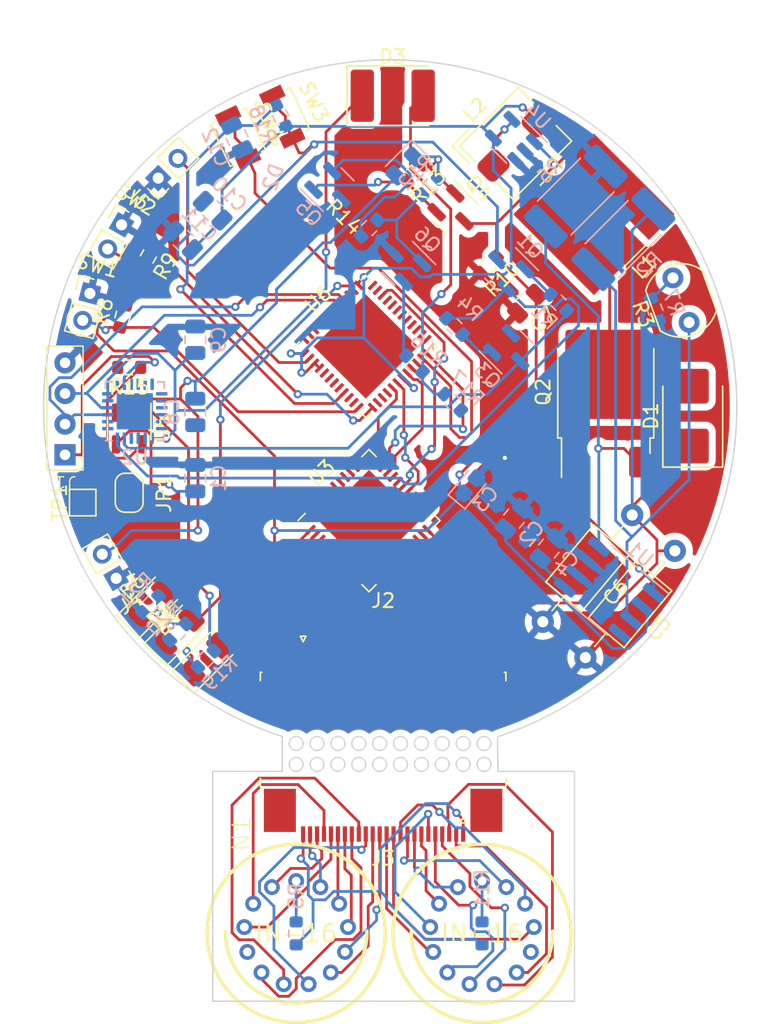
<source format=kicad_pcb>
(kicad_pcb (version 20221018) (generator pcbnew)
  (layers (0 "F.Cu" signal) (31 "B.Cu" signal) (34 "B.Paste" user) (35 "F.Paste" user) (36 "B.SilkS" user "B.Silkscreen") (37 "F.SilkS" user "F.Silkscreen") (38 "B.Mask" user) (39 "F.Mask" user) (44 "Edge.Cuts" user))
  (net 0 "")
  (net 1 "BAT-")
  (net 2 "DCDC")
  (net 3 "Net-(U1-REF)")
  (net 4 "HV")
  (net 5 "5VA")
  (net 6 "BAT+")
  (net 7 "Net-(D1-A)")
  (net 8 "Net-(D2-K)")
  (net 9 "WIFI_LED")
  (net 10 "BT_LED")
  (net 11 "IN0_0")
  (net 12 "IN0_1")
  (net 13 "IN0_2")
  (net 14 "IN0_3")
  (net 15 "IN0_4")
  (net 16 "IN0_5")
  (net 17 "IN0_6")
  (net 18 "IN0_7")
  (net 19 "IN0_8")
  (net 20 "IN0_9")
  (net 21 "IN1_0")
  (net 22 "IN1_1")
  (net 23 "IN1_2")
  (net 24 "IN1_3")
  (net 25 "IN1_4")
  (net 26 "IN1_5")
  (net 27 "IN1_6")
  (net 28 "IN1_7")
  (net 29 "IN1_8")
  (net 30 "IN1_9")
  (net 31 "TX0")
  (net 32 "RX0")
  (net 33 "VIN")
  (net 34 "Net-(U4-SW)")
  (net 35 "3.3VA")
  (net 36 "Net-(Q1-B)")
  (net 37 "RST")
  (net 38 "EN")
  (net 39 "Net-(Q2-G)")
  (net 40 "Net-(Q2-S)")
  (net 41 "Net-(Q3-B)")
  (net 42 "IO0")
  (net 43 "DTR")
  (net 44 "Net-(Q4-B)")
  (net 45 "Net-(Q6-B)")
  (net 46 "FB")
  (net 47 "SW1")
  (net 48 "SW2")
  (net 49 "Net-(U5-PROG)")
  (net 50 "Net-(D3-A)")
  (net 51 "STAT")
  (net 54 "REGIN")
  (net 69 "POL")
  (net 70 "CLK")
  (net 71 "VDD")
  (net 72 "LE")
  (net 73 "DATA_IN")
  (net 74 "BL")
  (net 75 "BATERRY_LEVEL")
  (net 76 "BLUETOOTH_LED")
  (net 77 "ANT")
  (net 78 "BOOT")
  (net 106 "WS2812B")
  (net 107 "Net-(D5-K)")
  (net 108 "Net-(D6-K)")
  (net 109 "Net-(D4-K)")
  (net 111 "Net-(Q5-B)")
  (net 112 "Net-(Q6-C)")
  (net 113 "Net-(R3-Pad2)")
  (net 114 "HVe")
  (net 115 "Net-(N1-PadA)")
  (net 116 "Net-(N2-PadA)")
  (net 118 "IN0_LHDPe")
  (net 120 "IN1_RHDPe")
  (net 121 "HVOUT22")
  (net 122 "HVOUT23")
  (net 123 "HVOUT24")
  (net 124 "HVOUT25")
  (net 125 "HVOUT26")
  (net 126 "HVOUT27")
  (net 127 "HVOUT28")
  (net 128 "HVOUT29")
  (net 129 "HVOUT30")
  (net 130 "HVOUT31")
  (net 131 "HVOUT32")
  (net 132 "HVOUT21")
  (net 133 "HVOUT20")
  (net 134 "HVOUT19")
  (net 135 "HVOUT18")
  (net 136 "HVOUT17")
  (net 137 "HVOUT16")
  (net 138 "HVOUT15")
  (net 139 "HVOUT14")
  (net 140 "HVOUT13")
  (net 141 "HVOUT12")
  (net 142 "HVOUT11")
  (footprint "Capacitor_THT:C_Axial_L5.1mm_D3.1mm_P10.00mm_Horizontal" (layer "F.Cu") (at 160.6498 69.5987 -130)
    (fp_text reference "C6")
    (fp_text value "4.7uF 400V")
  )
  (footprint "Resistor_SMD:R_0603_1608Metric" (layer "F.Cu") (at 125.8769 51.034 -120)
    (fp_text reference "R9")
    (fp_text value "4.7K")
  )
  (footprint "Package_TO_SOT_SMD:TO-252-2" (layer "F.Cu") (at 158.75 60.76 90)
    (fp_text reference "Q2")
    (fp_text value "STD17NF25")
  )
  (footprint "Connector_FFC-FPC:TE_2-1734839-4_1x24-1MP_P0.5mm_Horizontal" (layer "F.Cu") (at 142.75 78.85)
    (fp_text reference "J2")
    (fp_text value "Conn_02x12_Odd_Even")
  )
  (footprint "Capacitor_THT:C_Axial_L5.1mm_D3.1mm_P10.00mm_Horizontal" (layer "F.Cu") (at 163.7139 72.1698 -130)
    (fp_text reference "C5")
    (fp_text value "100nF 400V")
  )
  (footprint "Connector_PinHeader_2.00mm:PinHeader_1x02_P2.00mm_Vertical" (layer "F.Cu") (at 123.952 48.768 -30)
    (fp_text reference "SW2")
    (fp_text value "SW_Push")
  )
  (footprint "Connector_PinHeader_2.00mm:PinHeader_1x02_P2.00mm_Vertical" (layer "F.Cu") (at 121.6756 53.6941 -15)
    (fp_text reference "SW1")
    (fp_text value "SW_Push")
  )
  (footprint "Connector:Magnetic_01x04" (layer "F.Cu") (at 119.888 61.974 180)
    (fp_text reference "J1")
    (fp_text value "Conn_01x04")
  )
  (footprint "Connector_FFC-FPC:TE_2-1734839-4_1x24-1MP_P0.5mm_Horizontal" (layer "F.Cu") (at 142.75 91.15 180)
    (fp_text reference "J3")
    (fp_text value "Conn_01x24")
  )
  (footprint "LED_SMD:LED_1206_3216Metric" (layer "F.Cu") (at 129.9976 79.9622 45)
    (fp_text reference "D4")
    (fp_text value "LED")
  )
  (footprint "Package_TO_SOT_SMD:SOT-23" (layer "F.Cu") (at 147.9271 47.8511 -45)
    (fp_text reference "Q4")
    (fp_text value "BC548")
  )
  (footprint "nixies-us:nixies-us-IN-16" (layer "F.Cu") (at 149.8576 99.6311 180)
    (fp_text reference "N2" hide)
    (fp_text value "IN-16")
  )
  (footprint "Connector_PinHeader_2.00mm:PinHeader_1x02_P2.00mm_Vertical" (layer "F.Cu") (at 123.563 74.145 -150)
    (fp_text reference "J4")
    (fp_text value "BATTERY")
  )
  (footprint "Button_Switch_SMD:SW_SPST_B3U-1000P" (layer "F.Cu") (at 132.3279 42.4792 -65)
    (fp_text reference "SW4")
    (fp_text value "SPST_B3U-1000P")
  )
  (footprint "Diode_SMD:D_2114_3652Metric" (layer "F.Cu") (at 143.4375 39.5)
    (fp_text reference "D3")
    (fp_text value "BZD27Cxx")
  )
  (footprint "Connector_PinHeader_2.00mm:PinHeader_1x02_P2.00mm_Vertical" (layer "F.Cu") (at 126.5858 45.4142 135)
    (fp_text reference "J5")
    (fp_text value "ANTENNA")
  )
  (footprint "Resistor_SMD:R_0603_1608Metric" (layer "F.Cu") (at 150.3192 51.6532 -135)
    (fp_text reference "R10")
    (fp_text value "1K")
  )
  (footprint "LED_SMD:LED_1206_3216Metric" (layer "F.Cu") (at 127.9823 78.0177 45)
    (fp_text reference "D5")
    (fp_text value "LED")
  )
  (footprint "Jumper:SolderJumper-2_P1.3mm_Open_RoundedPad1.0x1.5mm" (layer "F.Cu") (at 124.5 68 -90)
    (fp_text reference "JP1")
    (fp_text value "~")
  )
  (footprint "Package_TO_SOT_SMD:SOT-23-5" (layer "F.Cu") (at 124.5 63.3875 -90)
    (fp_text reference "U5")
    (fp_text value "MCP73831-3-OT")
  )
  (footprint "Button_Switch_SMD:SW_SPST_B3U-1000P" (layer "F.Cu") (at 135.5 41 -65)
    (fp_text reference "SW3")
    (fp_text value "SPST_B3U-1000P")
  )
  (footprint "Resistor_SMD:R_0603_1608Metric" (layer "F.Cu") (at 124.0385 55.3371 75)
    (fp_text reference "R8")
    (fp_text value "4.7K")
  )
  (footprint "TestPoint:TestPoint_Pad_1.5x1.5mm" (layer "F.Cu") (at 121.158 68.707 90)
    (fp_text reference "TP1")
    (fp_text value "5VA")
  )
  (footprint "Resistor_SMD:R_0603_1608Metric" (layer "F.Cu") (at 144.9824 45.0096 -135)
    (fp_text reference "R13")
    (fp_text value "1M")
  )
  (footprint "Resistor_SMD:R_0603_1608Metric" (layer "F.Cu") (at 124.5 59 180)
    (fp_text reference "R15")
    (fp_text value "5K")
  )
  (footprint "Package_DFN_QFN:QFN-48-1EP_7x7mm_P0.5mm_EP5.3x5.3mm" (layer "F.Cu") (at 141.5 57.4984 45)
    (fp_text reference "U6")
    (fp_text value "ESP32-PICO-D4")
  )
  (footprint "Package_DFN_QFN:QFN-44-1EP_7x7mm_P0.5mm_EP5.15x5.15mm" (layer "F.Cu") (at 141.7365 70 45)
    (fp_text reference "U3")
    (fp_text value "HV5523K7-G")
  )
  (footprint "nixies-us:nixies-us-IN-16" (layer "F.Cu") (at 136.5 99.6311 180)
    (fp_text reference "N1")
    (fp_text value "IN-16")
  )
  (footprint "Capacitor_SMD:C_0805_2012Metric" (layer "F.Cu") (at 153.0782 54.4218 -135)
    (fp_text reference "C7")
    (fp_text value "10uF")
  )
  (footprint "Inductor_SMD:L_Bourns_SRP5030T" (layer "F.Cu") (at 152.273 42.926 45)
    (fp_text reference "L2")
    (fp_text value "4.7uH")
  )
  (footprint "Diode_SMD:D_SMB" (layer "F.Cu") (at 165 62.5 90)
    (fp_text reference "D1")
    (fp_text value "ES2F-E3/52T")
  )
  (footprint "Inductor_SMD:L_Bourns-SRN8040_8x8.15mm" (layer "F.Cu") (at 157.8987 48.0162 -135)
    (fp_text reference "L1")
    (fp_text value "100uh")
  )
  (footprint "OptoDevice:R_LDR_5.1x4.3mm_P3.4mm_Vertical" (layer "F.Cu") (at 164.7389 55.773 110)
    (fp_text reference "R3")
    (fp_text value "LDR07 5K")
  )
  (footprint "LED_SMD:LED_1206_3216Metric" (layer "F.Cu") (at 126.0378 76.0024 45)
    (fp_text reference "D6")
    (fp_text value "LED")
  )
  (footprint "Resistor_SMD:R_0603_1608Metric" (layer "B.Cu") (at 128 78 -135)
    (fp_text reference "R20")
    (fp_text value "470R")
  )
  (footprint "Resistor_SMD:R_0603_1608Metric" (layer "B.Cu") (at 149.8576 99.6311 90)
    (fp_text reference "R11")
    (fp_text value "15K")
  )
  (footprint "Resistor_SMD:R_0603_1608Metric" (layer "B.Cu") (at 135.3904 40.9529 -65)
    (fp_text reference "R18")
    (fp_text value "10K")
  )
  (footprint "Resistor_SMD:R_0603_1608Metric" (layer "B.Cu") (at 146.1254 46.0256 -135)
    (fp_text reference "R12")
    (fp_text value "200K")
  )
  (footprint "Resistor_SMD:R_0603_1608Metric" (layer "B.Cu") (at 145 58.75 -45)
    (fp_text reference "R16")
    (fp_text value "1K")
  )
  (footprint "Capacitor_SMD:C_0805_2012Metric" (layer "B.Cu") (at 129.25 66.95 90)
    (fp_text reference "C1")
    (fp_text value "20pF")
  )
  (footprint "Capacitor_SMD:C_0805_2012Metric" (layer "B.Cu") (at 154.6568 72.0083 50)
    (fp_text reference "C4")
    (fp_text value "100nF")
  )
  (footprint "Resistor_SMD:R_0603_1608Metric" (layer "B.Cu") (at 126.0378 76.0024 -135)
    (fp_text reference "R21")
    (fp_text value "470R")
  )
  (footprint "Capacitor_SMD:C_0805_2012Metric" (layer "B.Cu") (at 129.25 62.2 -90)
    (fp_text reference "C8")
    (fp_text value "4.7uF")
  )
  (footprint "Resistor_SMD:R_2512_6332Metric_Pad1.40x3.35mm_HandSolder" (layer "B.Cu") (at 156.591 46.736 -135)
    (fp_text reference "R6")
    (fp_text value "0.5R 2W")
  )
  (footprint "Capacitor_SMD:C_0805_2012Metric" (layer "B.Cu") (at 129.25 57.016 90)
    (fp_text reference "C9")
    (fp_text value "4.7uF")
  )
  (footprint "Resistor_SMD:R_0603_1608Metric" (layer "B.Cu") (at 130.0153 79.9445 45)
    (fp_text reference "R19")
    (fp_text value "1K")
  )
  (footprint "Package_TO_SOT_SMD:TSOT-23-5" (layer "B.Cu") (at 152.146 42.672 135)
    (fp_text reference "U4")
    (fp_text value "PAM2305AABADJ")
  )
  (footprint "Capacitor_SMD:C_0805_2012Metric" (layer "B.Cu") (at 152.1512 69.8587 50)
    (fp_text reference "C2")
    (fp_text value "100nF")
  )
  (footprint "Package_TO_SOT_SMD:SOT-23" (layer "B.Cu") (at 144.229 51.5286 135)
    (fp_text reference "Q6")
    (fp_text value "BC548")
  )
  (footprint "Resistor_SMD:R_0603_1608Metric" (layer "B.Cu") (at 147.75 61.5 135)
    (fp_text reference "R17")
    (fp_text value "100R")
  )
  (footprint "Package_DFN_QFN:QFN-24-1EP_4x4mm_P0.5mm_EP2.6x2.6mm" (layer "B.Cu") (at 124.9 62.15)
    (fp_text reference "U2")
    (fp_text value "CP2102N-A01-GQFN24")
  )
  (footprint "Package_TO_SOT_SMD:SOT-23" (layer "B.Cu") (at 151.9348 57.9013 -45)
    (fp_text reference "Q3")
    (fp_text value "BC817")
  )
  (footprint "Capacitor_SMD:C_0805_2012Metric" (layer "B.Cu") (at 132.25 42.5 -65)
    (fp_text reference "C12")
    (fp_text value "1uF")
  )
  (footprint "Package_SO:SO-8_3.9x4.9mm_P1.27mm" (layer "B.Cu") (at 159 75 140)
    (fp_text reference "U1")
    (fp_text value "MAX1771xSA")
  )
  (footprint "Resistor_SMD:R_0603_1608Metric" (layer "B.Cu") (at 141.75 49 45)
    (fp_text reference "R14")
    (fp_text value "1K")
  )
  (footprint "Resistor_SMD:R_0603_1608Metric" (layer "B.Cu") (at 147.8796 56.0586 135)
    (fp_text reference "R4")
    (fp_text value "10K")
  )
  (footprint "Diode_SMD:D_0805_2012Metric" (layer "B.Cu") (at 144.2999 44.5491 -135)
    (fp_text reference "D2")
    (fp_text value "1N5819")
  )
  (footprint "Capacitor_SMD:C_0805_2012Metric" (layer "B.Cu") (at 130.5 47.75 135)
    (fp_text reference "C10")
    (fp_text value "10uF")
  )
  (footprint "Resistor_SMD:R_0603_1608Metric" (layer "B.Cu") (at 155.3573 54.3579 -45)
    (fp_text reference "R1")
    (fp_text value "10K")
  )
  (footprint "Resistor_SMD:R_0603_1608Metric" (layer "B.Cu") (at 136.5 99.6311 90)
    (fp_text reference "R5")
    (fp_text value "15K")
  )
  (footprint "Capacitor_SMD:C_0805_2012Metric" (layer "B.Cu") (at 128.3716 49.8784 135)
    (fp_text reference "C11")
    (fp_text value "100nF")
  )
  (footprint "Package_TO_SOT_SMD:SOT-23" (layer "B.Cu") (at 139.0847 46.2412 -45)
    (fp_text reference "Q5")
    (fp_text value "BC548")
  )
  (footprint "Package_TO_SOT_SMD:SOT-23" (layer "B.Cu") (at 151.6273 51.9714 135)
    (fp_text reference "Q1")
    (fp_text value "BC817")
  )
  (footprint "Capacitor_Tantalum_SMD:CP_EIA-1608-08_AVX-J" (layer "B.Cu") (at 149 67.5 50)
    (fp_text reference "C3")
    (fp_text value "100uF")
  )
  (footprint "Resistor_SMD:R_2512_6332Metric_Pad1.40x3.35mm_HandSolder" (layer "B.Cu") (at 160.02 49.784 45)
    (fp_text reference "R2")
    (fp_text value "1.5M 500V")
  )
  (footprint "Resistor_SMD:R_0603_1608Metric" (layer "B.Cu") (at 162.2778 54.8508 110)
    (fp_text reference "R7")
    (fp_text value "10K")
  )
  (gr_line (start 130.5 104.5) (end 156.5 104.5) (stroke (width 0.1)) (layer "Edge.Cuts"))
  (gr_line (start 151 88) (end 150.970178 85.513662) (stroke (width 0.1)) (layer "Edge.Cuts"))
  (gr_circle (center 144 87.5) (end 144.5 87.5) (stroke (width 0.1)) (fill none) (layer "Edge.Cuts"))
  (gr_circle (center 138 87.5) (end 138.5 87.5) (stroke (width 0.1)) (fill none) (layer "Edge.Cuts"))
  (gr_circle (center 142.5 86) (end 143 86) (stroke (width 0.1)) (fill none) (layer "Edge.Cuts"))
  (gr_circle (center 145.5 86) (end 146 86) (stroke (width 0.1)) (fill none) (layer "Edge.Cuts"))
  (gr_line (start 135.5 88) (end 130.5 88) (stroke (width 0.1)) (layer "Edge.Cuts"))
  (gr_circle (center 148.5 86) (end 149 86) (stroke (width 0.1)) (fill none) (layer "Edge.Cuts"))
  (gr_circle (center 141 87.5) (end 141.5 87.5) (stroke (width 0.1)) (fill none) (layer "Edge.Cuts"))
  (gr_circle (center 139.5 86) (end 140 86) (stroke (width 0.1)) (fill none) (layer "Edge.Cuts"))
  (gr_line (start 130.5 88) (end 130.5 104.5) (stroke (width 0.1)) (layer "Edge.Cuts"))
  (gr_arc (start 135.5 85.499999) (mid 143.277999 36.92169) (end 150.970178 85.513662) (stroke (width 0.1)) (layer "Edge.Cuts"))
  (gr_circle (center 144 86) (end 144.5 86) (stroke (width 0.1)) (fill none) (layer "Edge.Cuts"))
  (gr_circle (center 141 86) (end 141.5 86) (stroke (width 0.1)) (fill none) (layer "Edge.Cuts"))
  (gr_circle (center 148.5 87.5) (end 149 87.5) (stroke (width 0.1)) (fill none) (layer "Edge.Cuts"))
  (gr_line (start 156.5 104.5) (end 156.5 88) (stroke (width 0.1)) (layer "Edge.Cuts"))
  (gr_circle (center 138 86) (end 138.5 86) (stroke (width 0.1)) (fill none) (layer "Edge.Cuts"))
  (gr_circle (center 136.5 87.5) (end 137 87.5) (stroke (width 0.1)) (fill none) (layer "Edge.Cuts"))
  (gr_circle (center 147 86) (end 147.5 86) (stroke (width 0.1)) (fill none) (layer "Edge.Cuts"))
  (gr_circle (center 139.5 87.5) (end 140 87.5) (stroke (width 0.1)) (fill none) (layer "Edge.Cuts"))
  (gr_circle (center 145.5 87.5) (end 146 87.5) (stroke (width 0.1)) (fill none) (layer "Edge.Cuts"))
  (gr_line (start 135.5 85.499999) (end 135.5 88) (stroke (width 0.1)) (layer "Edge.Cuts"))
  (gr_circle (center 147 87.5) (end 147.5 87.5) (stroke (width 0.1)) (fill none) (layer "Edge.Cuts"))
  (gr_circle (center 150 87.5) (end 150.5 87.5) (stroke (width 0.1)) (fill none) (layer "Edge.Cuts"))
  (gr_circle (center 142.5 87.5) (end 143 87.5) (stroke (width 0.1)) (fill none) (layer "Edge.Cuts"))
  (gr_circle (center 136.5 86) (end 137 86) (stroke (width 0.1)) (fill none) (layer "Edge.Cuts"))
  (gr_circle (center 150 86) (end 150.5 86) (stroke (width 0.1)) (fill none) (layer "Edge.Cuts"))
  (gr_line (start 156.5 88) (end 151 88) (stroke (width 0.1)) (layer "Edge.Cuts"))
  (via (at 137.226586 48.408902) (size 0.6) (drill 0.3) (layers "F.Cu" "B.Cu") (net 1))
  (via (at 151.5 65.5) (size 0.6) (drill 0.3) (layers "F.Cu" "B.Cu") (net 1))
  (segment (start 134.9462 70.7129) (end 134.9462 65.3716) (width 0.2) (layer "F.Cu") (net 2))
  (segment (start 155.038 44.4322) (end 155.0915 44.4857) (width 0.2) (layer "F.Cu") (net 2))
  (segment (start 124.252 52.9609) (end 125.4644 51.7485) (width 0.2) (layer "F.Cu") (net 2))
  (segment (start 123.4014 57.8204) (end 122.2024 56.6214) (width 0.2) (layer "F.Cu") (net 2))
  (segment (start 122.2024 56.6214) (end 122.2024 56.052) (width 0.2) (layer "F.Cu") (net 2))
  (segment (start 155.0915 44.4857) (end 155.145 44.5392) (width 0.2) (layer "F.Cu") (net 2))
  (segment (start 159.8786 46.0363) (end 156.766 42.9236) (width 0.2) (layer "F.Cu") (net 2))
  (segment (start 150.9026 48.6746) (end 150.9026 51.0698) (width 0.2) (layer "F.Cu") (net 2))
  (segment (start 153.5828 53.75) (end 150.9026 51.0698) (width 0.2) (layer "F.Cu") (net 2))
  (segment (start 148.7506 48.6746) (end 148.59 48.514) (width 0.2) (layer "F.Cu") (net 2))
  (segment (start 155.1504 44.5392) (end 156.766 42.9236) (width 0.2) (layer "F.Cu") (net 2))
  (segment (start 155.145 44.5392) (end 155.1504 44.5392) (width 0.2) (layer "F.Cu") (net 2))
  (segment (start 134.9462 65.3716) (end 127.395 57.8204) (width 0.2) (layer "F.Cu") (net 2))
  (segment (start 155.0915 44.4857) (end 150.9026 48.6746) (width 0.2) (layer "F.Cu") (net 2))
  (segment (start 153.75 61.1879) (end 148.2408 66.6971) (width 0.2) (layer "F.Cu") (net 2))
  (segment (start 130.9875 78.9723) (end 134.9462 75.0136) (width 0.2) (layer "F.Cu") (net 2))
  (segment (start 134.9462 75.0136) (end 134.9462 70.7129) (width 0.2) (layer "F.Cu") (net 2))
  (segment (start 150.9026 48.6746) (end 148.7506 48.6746) (width 0.2) (layer "F.Cu") (net 2))
  (segment (start 127.395 57.8204) (end 123.4014 57.8204) (width 0.2) (layer "F.Cu") (net 2))
  (segment (start 123.7142 54.5402) (end 124.252 54.5402) (width 0.2) (layer "F.Cu") (net 2))
  (segment (start 124.252 54.5402) (end 124.252 52.9609) (width 0.2) (layer "F.Cu") (net 2))
  (segment (start 153.75 53.75) (end 153.75 61.1879) (width 0.2) (layer "F.Cu") (net 2))
  (segment (start 153.75 53.75) (end 153.5828 53.75) (width 0.2) (layer "F.Cu") (net 2))
  (segment (start 122.2024 56.052) (end 123.7142 54.5402) (width 0.2) (layer "F.Cu") (net 2))
  (via (at 155.038 44.4322) (size 0.6) (drill 0.3) (layers "F.Cu" "B.Cu") (net 2))
  (via (at 134.9462 70.7129) (size 0.6) (drill 0.3) (layers "F.Cu" "B.Cu") (net 2))
  (via (at 148.2408 66.6971) (size 0.6) (drill 0.3) (layers "F.Cu" "B.Cu") (net 2))
  (segment (start 161.7306 76.5186) (end 161.7306 77.8715) (width 0.2) (layer "B.Cu") (net 2))
  (segment (start 148.542 68.0458) (end 151.0826 70.5864) (width 0.2) (layer "B.Cu") (net 2))
  (segment (start 148.2408 67.7446) (end 148.542 68.0458) (width 0.2) (layer "B.Cu") (net 2))
  (segment (start 151.0826 70.5864) (end 151.5406 70.5864) (width 0.2) (layer "B.Cu") (net 2))
  (segment (start 153.6221 42.8046) (end 155.038 44.2205) (width 0.2) (layer "B.Cu") (net 2))
  (segment (start 155.038 44.2205) (end 155.038 44.4322) (width 0.2) (layer "B.Cu") (net 2))
  (segment (start 161.3807 76.1687) (end 161.7306 76.5186) (width 0.2) (layer "B.Cu") (net 2))
  (segment (start 151.5406 71.4857) (end 151.5406 70.5864) (width 0.2) (layer "B.Cu") (net 2))
  (segment (start 160.4246 79.1775) (end 159.2324 79.1775) (width 0.2) (layer "B.Cu") (net 2))
  (segment (start 148.2408 66.6971) (end 148.2408 67.7446) (width 0.2) (layer "B.Cu") (net 2))
  (segment (start 161.7306 77.8715) (end 160.4246 79.1775) (width 0.2) (layer "B.Cu") (net 2))
  (segment (start 159.2324 79.1775) (end 151.5406 71.4857) (width 0.2) (layer "B.Cu") (net 2))
  (segment (start 148.542 68.0458) (end 145.8749 70.7129) (width 0.2) (layer "B.Cu") (net 2))
  (segment (start 145.8749 70.7129) (end 134.9462 70.7129) (width 0.2) (layer "B.Cu") (net 2))
  (segment (start 154.0462 73.0474) (end 154.0462 72.736) (width 0.2) (layer "B.Cu") (net 3))
  (segment (start 155.8029 74.8041) (end 154.0462 73.0474) (width 0.2) (layer "B.Cu") (net 3))
  (segment (start 165 64.65) (end 160.6498 69.0002) (width 0.2) (layer "F.Cu") (net 4))
  (segment (start 162.4284 72.1698) (end 162.4284 73.064) (width 0.2) (layer "F.Cu") (net 4))
  (segment (start 137 78.3519) (end 137 78.4593) (width 0.2) (layer "F.Cu") (net 4))
  (segment (start 148.5 77.5) (end 148.5 78.3519) (width 0.2) (layer "F.Cu") (net 4))
  (segment (start 162.4284 73.064) (end 159.5808 75.9116) (width 0.2) (layer "F.Cu") (net 4))
  (segment (start 160.6498 69.0002) (end 160.6498 69.5987) (width 0.2) (layer "F.Cu") (net 4))
  (segment (start 162.4284 71.3773) (end 162.4284 72.1698) (width 0.2) (layer "F.Cu") (net 4))
  (segment (start 149.2365 75.9116) (end 148.5 76.6481) (width 0.2) (layer "F.Cu") (net 4))
  (segment (start 159.5808 75.9116) (end 149.2365 75.9116) (width 0.2) (layer "F.Cu") (net 4))
  (segment (start 162.4284 72.1698) (end 163.7139 72.1698) (width 0.2) (layer "F.Cu") (net 4))
  (segment (start 138.0219 79.4812) (end 147.3707 79.4812) (width 0.2) (layer "F.Cu") (net 4))
  (segment (start 137 78.4593) (end 138.0219 79.4812) (width 0.2) (layer "F.Cu") (net 4))
  (segment (start 160.6498 69.5987) (end 162.4284 71.3773) (width 0.2) (layer "F.Cu") (net 4))
  (segment (start 147.3707 79.4812) (end 148.5 78.3519) (width 0.2) (layer "F.Cu") (net 4))
  (segment (start 148.5 77.5) (end 148.5 76.6481) (width 0.2) (layer "F.Cu") (net 4))
  (segment (start 137 77.5) (end 137 78.3519) (width 0.2) (layer "F.Cu") (net 4))
  (segment (start 160.6498 69.5987) (end 160.6498 49.1542) (width 0.2) (layer "B.Cu") (net 4))
  (segment (start 160.6498 49.1542) (end 162.1767 47.6273) (width 0.2) (layer "B.Cu") (net 4))
  (segment (start 124.443 68.707) (end 121.158 68.707) (width 0.2) (layer "F.Cu") (net 5))
  (segment (start 126.0687 67.5452) (end 124.9639 68.65) (width 0.2) (layer "F.Cu") (net 5))
  (segment (start 138.646 50.7307) (end 138.646 42.104) (width 0.2) (layer "F.Cu") (net 5))
  (segment (start 126.0687 63.8393) (end 126.0687 64.117) (width 0.2) (layer "F.Cu") (net 5))
  (segment (start 124.5 68.65) (end 124.443 68.707) (width 0.2) (layer "F.Cu") (net 5))
  (segment (start 126.0687 64.117) (end 126.0687 67.4044) (width 0.2) (layer "F.Cu") (net 5))
  (segment (start 126.0687 67.4044) (end 126.0687 67.5452) (width 0.2) (layer "F.Cu") (net 5))
  (segment (start 123.55 64.525) (end 124.5178 63.5572) (width 0.2) (layer "F.Cu") (net 5))
  (segment (start 124.9639 68.65) (end 124.5 68.65) (width 0.2) (layer "F.Cu") (net 5))
  (segment (start 138.646 42.104) (end 141.25 39.5) (width 0.2) (layer "F.Cu") (net 5))
  (segment (start 126.0687 67.4044) (end 127.3611 67.4044) (width 0.2) (layer "F.Cu") (net 5))
  (segment (start 125.7866 63.5572) (end 126.0687 63.8393) (width 0.2) (layer "F.Cu") (net 5))
  (segment (start 127.1626 64.117) (end 126.0687 64.117) (width 0.2) (layer "F.Cu") (net 5))
  (segment (start 124.5178 63.5572) (end 125.7866 63.5572) (width 0.2) (layer "F.Cu") (net 5))
  (via (at 138.646 50.7307) (size 0.6) (drill 0.3) (layers "F.Cu" "B.Cu") (net 5))
  (via (at 127.3611 67.4044) (size 0.6) (drill 0.3) (layers "F.Cu" "B.Cu") (net 5))
  (via (at 127.1626 64.117) (size 0.6) (drill 0.3) (layers "F.Cu" "B.Cu") (net 5))
  (segment (start 138.646 53.3708) (end 138.646 50.7307) (width 0.2) (layer "B.Cu") (net 5))
  (segment (start 122.9625 60.9) (end 122.9625 59.9118) (width 0.2) (layer "B.Cu") (net 5))
  (segment (start 129.0446 57.966) (end 127.7938 59.2168) (width 0.2) (layer "B.Cu") (net 5))
  (segment (start 124.8783 57.996) (end 126.573 57.996) (width 0.2) (layer "B.Cu") (net 5))
  (segment (start 122.9625 61.4) (end 122.9625 60.9) (width 0.2) (layer "B.Cu") (net 5))
  (segment (start 126.573 57.996) (end 127.7938 59.2168) (width 0.2) (layer "B.Cu") (net 5))
  (segment (start 129.25 67.9) (end 127.8567 67.9) (width 0.2) (layer "B.Cu") (net 5))
  (segment (start 127.1626 64.117) (end 127.7938 63.4858) (width 0.2) (layer "B.Cu") (net 5))
  (segment (start 127.8567 67.9) (end 127.3611 67.4044) (width 0.2) (layer "B.Cu") (net 5))
  (segment (start 127.7938 62.089) (end 129.9278 62.089) (width 0.2) (layer "B.Cu") (net 5))
  (segment (start 129.25 57.966) (end 129.0446 57.966) (width 0.2) (layer "B.Cu") (net 5))
  (segment (start 129.9278 62.089) (end 138.646 53.3708) (width 0.2) (layer "B.Cu") (net 5))
  (segment (start 122.9625 59.9118) (end 124.8783 57.996) (width 0.2) (layer "B.Cu") (net 5))
  (segment (start 127.7938 63.4858) (end 127.7938 62.089) (width 0.2) (layer "B.Cu") (net 5))
  (segment (start 127.7938 59.2168) (end 127.7938 62.089) (width 0.2) (layer "B.Cu") (net 5))
  (segment (start 128.1949 60.4715) (end 128.1949 61.2715) (width 0.2) (layer "F.Cu") (net 6))
  (segment (start 128.1949 61.2715) (end 129.4412 62.5178) (width 0.2) (layer "F.Cu") (net 6))
  (segment (start 129.4412 62.5178) (end 129.4412 70.7129) (width 0.2) (layer "F.Cu") (net 6))
  (segment (start 128.6949 59.9715) (end 128.1949 60.4715) (width 0.2) (layer "F.Cu") (net 6))
  (segment (start 123.55 62.25) (end 123.55 61.835) (width 0.2) (layer "F.Cu") (net 6))
  (segment (start 123.55 61.835) (end 124.1135 61.2715) (width 0.2) (layer "F.Cu") (net 6))
  (segment (start 124.1135 61.2715) (end 128.1949 61.2715) (width 0.2) (layer "F.Cu") (net 6))
  (via (at 129.4412 70.7129) (size 0.6) (drill 0.3) (layers "F.Cu" "B.Cu") (net 6))
  (via (at 128.6949 59.9715) (size 0.6) (drill 0.3) (layers "F.Cu" "B.Cu") (net 6))
  (segment (start 129.4858 59.9715) (end 129.25 59.9715) (width 0.2) (layer "B.Cu") (net 6))
  (segment (start 129.25 59.9715) (end 128.6949 59.9715) (width 0.2) (layer "B.Cu") (net 6))
  (segment (start 138.431 50.0476) (end 135.0839 53.3947) (width 0.2) (layer "B.Cu") (net 6))
  (segment (start 122.563 72.4129) (end 123.5029 71.8702) (width 0.2) (layer "B.Cu") (net 6))
  (segment (start 129.4412 70.7129) (end 124.6602 70.7129) (width 0.2) (layer "B.Cu") (net 6))
  (segment (start 143.637 45.3636) (end 138.953 50.0476) (width 0.2) (layer "B.Cu") (net 6))
  (segment (start 124.6602 70.7129) (end 123.5029 71.8702) (width 0.2) (layer "B.Cu") (net 6))
  (segment (start 135.0839 53.3947) (end 135.0839 54.3734) (width 0.2) (layer "B.Cu") (net 6))
  (segment (start 143.637 45.212) (end 143.637 45.3636) (width 0.2) (layer "B.Cu") (net 6))
  (segment (start 138.953 50.0476) (end 138.431 50.0476) (width 0.2) (layer "B.Cu") (net 6))
  (segment (start 135.0839 54.3734) (end 129.4858 59.9715) (width 0.2) (layer "B.Cu") (net 6))
  (segment (start 129.25 59.9715) (end 129.25 61.25) (width 0.2) (layer "B.Cu") (net 6))
  (segment (start 159.1627 57.4123) (end 159.5753 57.825) (width 0.2) (layer "F.Cu") (net 7))
  (segment (start 158.75 57.825) (end 157.225 57.825) (width 0.2) (layer "F.Cu") (net 7))
  (segment (start 159.0314 57.2811) (end 159.1627 57.4123) (width 0.2) (layer "F.Cu") (net 7))
  (segment (start 159.5753 57.825) (end 160.275 57.825) (width 0.2) (layer "F.Cu") (net 7))
  (segment (start 158.75 60.2625) (end 159.3625 60.2625) (width 0.2) (layer "F.Cu") (net 7))
  (segment (start 158.75 57.825) (end 158.75 59.5) (width 0.2) (layer "F.Cu") (net 7))
  (segment (start 155.9188 49.9961) (end 159.0315 53.1087) (width 0.2) (layer "F.Cu") (net 7))
  (segment (start 157.225 61.175) (end 158.1375 60.2625) (width 0.2) (layer "F.Cu") (net 7))
  (segment (start 161.1 60.35) (end 160.275 61.175) (width 0.2) (layer "F.Cu") (net 7))
  (segment (start 159.3625 60.2625) (end 160.275 61.175) (width 0.2) (layer "F.Cu") (net 7))
  (segment (start 165 60.35) (end 161.1 60.35) (width 0.2) (layer "F.Cu") (net 7))
  (segment (start 159.0315 53.1087) (end 159.0314 53.1088) (width 0.2) (layer "F.Cu") (net 7))
  (segment (start 158.1375 60.2625) (end 158.75 60.2625) (width 0.2) (layer "F.Cu") (net 7))
  (segment (start 158.75 59.5) (end 158.75 60.2625) (width 0.2) (layer "F.Cu") (net 7))
  (segment (start 159.0314 53.1088) (end 159.0314 57.2811) (width 0.2) (layer "F.Cu") (net 7))
  (segment (start 159.1627 57.4123) (end 158.75 57.825) (width 0.2) (layer "F.Cu") (net 7))
  (segment (start 146.7043 44.0721) (end 146.098 44.6784) (width 0.2) (layer "F.Cu") (net 8))
  (segment (start 146.098 44.6784) (end 145.8457 44.4262) (width 0.2) (layer "F.Cu") (net 8))
  (segment (start 145.8457 44.4262) (end 145.5658 44.4262) (width 0.2) (layer "F.Cu") (net 8))
  (segment (start 147.9359 46.5164) (end 146.098 44.6784) (width 0.2) (layer "F.Cu") (net 8))
  (via (at 146.7043 44.0721) (size 0.6) (drill 0.3) (layers "F.Cu" "B.Cu") (net 8))
  (segment (start 144.9628 43.8862) (end 146.5184 43.8862) (width 0.2) (layer "B.Cu") (net 8))
  (segment (start 146.7043 45.4377) (end 146.7043 44.0721) (width 0.2) (layer "B.Cu") (net 8))
  (segment (start 146.5184 43.8862) (end 146.7043 44.0721) (width 0.2) (layer "B.Cu") (net 8))
  (segment (start 146.7088 45.4422) (end 146.7043 45.4377) (width 0.2) (layer "B.Cu") (net 8))
  (segment (start 131.0522 75.4943) (end 129.5187 77.0278) (width 0.2) (layer "F.Cu") (net 9))
  (segment (start 140.6515 53.4679) (end 140.3376 53.154) (width 0.2) (layer "F.Cu") (net 9))
  (segment (start 140.3376 53.154) (end 139.462 53.154) (width 0.2) (layer "F.Cu") (net 9))
  (segment (start 131.0522 62.7481) (end 131.0522 75.4943) (width 0.2) (layer "F.Cu") (net 9))
  (segment (start 129.5187 77.0278) (end 128.9722 77.0278) (width 0.2) (layer "F.Cu") (net 9))
  (via (at 131.0522 62.7481) (size 0.6) (drill 0.3) (layers "F.Cu" "B.Cu") (net 9))
  (via (at 139.462 53.154) (size 0.6) (drill 0.3) (layers "F.Cu" "B.Cu") (net 9))
  (segment (start 139.462 53.154) (end 131.0522 61.5638) (width 0.2) (layer "B.Cu") (net 9))
  (segment (start 131.0522 61.5638) (end 131.0522 62.7481) (width 0.2) (layer "B.Cu") (net 9))
  (segment (start 137.5 93.9157) (end 137.5 92.5) (width 0.2) (layer "F.Cu") (net 11))
  (segment (start 137.6528 94.0685) (end 137.5 93.9157) (width 0.2) (layer "F.Cu") (net 11))
  (via (at 137.6528 94.0685) (size 0.6) (drill 0.3) (layers "F.Cu" "B.Cu") (net 11))
  (segment (start 138.2424 96.3088) (end 138.2424 94.6581) (width 0.2) (layer "B.Cu") (net 11))
  (segment (start 138.2424 94.6581) (end 137.6528 94.0685) (width 0.2) (layer "B.Cu") (net 11))
  (segment (start 138.3349 93.6868) (end 138.3349 94.2623) (width 0.2) (layer "F.Cu") (net 12))
  (segment (start 138 93.3519) (end 138.3349 93.6868) (width 0.2) (layer "F.Cu") (net 12))
  (segment (start 138.3349 94.2623) (end 137.6291 94.9681) (width 0.2) (layer "F.Cu") (net 12))
  (segment (start 138 92.5) (end 138 93.3519) (width 0.2) (layer "F.Cu") (net 12))
  (segment (start 136.0983 94.9681) (end 134.7576 96.3088) (width 0.2) (layer "F.Cu") (net 12))
  (segment (start 137.6291 94.9681) (end 136.0983 94.9681) (width 0.2) (layer "F.Cu") (net 12))
  (segment (start 141.6762 100.5313) (end 139.7672 102.4403) (width 0.2) (layer "F.Cu") (net 13))
  (segment (start 139.7672 102.4403) (end 138.9892 102.4403) (width 0.2) (layer "F.Cu") (net 13))
  (segment (start 141.6762 97.686) (end 141.6762 100.5313) (width 0.2) (layer "F.Cu") (net 13))
  (segment (start 142 97.3622) (end 141.6762 97.686) (width 0.2) (layer "F.Cu") (net 13))
  (segment (start 142 92.5) (end 142 97.3622) (width 0.2) (layer "F.Cu") (net 13))
  (segment (start 137.3709 95.9378) (end 137.3709 96.2378) (width 0.2) (layer "F.Cu") (net 14))
  (segment (start 134.4297 99.179) (end 132.7738 99.179) (width 0.2) (layer "F.Cu") (net 14))
  (segment (start 137.3709 96.2378) (end 134.4297 99.179) (width 0.2) (layer "F.Cu") (net 14))
  (segment (start 139 94.3087) (end 137.3709 95.9378) (width 0.2) (layer "F.Cu") (net 14))
  (segment (start 139 92.5) (end 139 94.3087) (width 0.2) (layer "F.Cu") (net 14))
  (segment (start 141.1575 94.9158) (end 141.1575 99.5092) (width 0.2) (layer "F.Cu") (net 15))
  (segment (start 136.5075 102.8584) (end 136.5075 103.6036) (width 0.2) (layer "F.Cu") (net 15))
  (segment (start 140.5 93.3519) (end 140.5 94.2583) (width 0.2) (layer "F.Cu") (net 15))
  (segment (start 134.0108 102.9151) (end 134.0108 102.4403) (width 0.2) (layer "F.Cu") (net 15))
  (segment (start 136.5075 103.6036) (end 135.9642 104.1469) (width 0.2) (layer "F.Cu") (net 15))
  (segment (start 140.5 92.5) (end 140.5 93.3519) (width 0.2) (layer "F.Cu") (net 15))
  (segment (start 135.2426 104.1469) (end 134.0108 102.9151) (width 0.2) (layer "F.Cu") (net 15))
  (segment (start 140.5963 100.0704) (end 139.2955 100.0704) (width 0.2) (layer "F.Cu") (net 15))
  (segment (start 135.9642 104.1469) (end 135.2426 104.1469) (width 0.2) (layer "F.Cu") (net 15))
  (segment (start 140.5 94.2583) (end 141.1575 94.9158) (width 0.2) (layer "F.Cu") (net 15))
  (segment (start 141.1575 99.5092) (end 140.5963 100.0704) (width 0.2) (layer "F.Cu") (net 15))
  (segment (start 139.2955 100.0704) (end 136.5075 102.8584) (width 0.2) (layer "F.Cu") (net 15))
  (segment (start 131.8904 90.4247) (end 131.8904 99.5788) (width 0.2) (layer "F.Cu") (net 16))
  (segment (start 131.8904 99.5788) (end 132.4028 100.0912) (width 0.2) (layer "F.Cu") (net 16))
  (segment (start 132.4028 100.0912) (end 133.4483 100.0912) (width 0.2) (layer "F.Cu") (net 16))
  (segment (start 137.8389 88.487) (end 133.8281 88.487) (width 0.2) (layer "F.Cu") (net 16))
  (segment (start 133.8281 88.487) (end 131.8904 90.4247) (width 0.2) (layer "F.Cu") (net 16))
  (segment (start 133.4483 100.0912) (end 135.6034 102.2463) (width 0.2) (layer "F.Cu") (net 16))
  (segment (start 141 91.6481) (end 137.8389 88.487) (width 0.2) (layer "F.Cu") (net 16))
  (segment (start 135.6034 102.2463) (end 135.6034 103.276) (width 0.2) (layer "F.Cu") (net 16))
  (segment (start 141 92.5) (end 141 91.6481) (width 0.2) (layer "F.Cu") (net 16))
  (segment (start 141.474 93.3519) (end 141.5 93.3519) (width 0.2) (layer "F.Cu") (net 17))
  (segment (start 141.5 92.5) (end 141.5 93.3519) (width 0.2) (layer "F.Cu") (net 17))
  (segment (start 141.1925 93.6334) (end 141.474 93.3519) (width 0.2) (layer "F.Cu") (net 17))
  (via (at 141.1925 93.6334) (size 0.6) (drill 0.3) (layers "F.Cu" "B.Cu") (net 17))
  (segment (start 141.1925 93.6334) (end 141.0257 93.4666) (width 0.2) (layer "B.Cu") (net 17))
  (segment (start 134.9039 97.6867) (end 134.9039 100.7833) (width 0.2) (layer "B.Cu") (net 17))
  (segment (start 134.9039 100.7833) (end 137.3966 103.276) (width 0.2) (layer "B.Cu") (net 17))
  (segment (start 136.3325 93.4666) (end 133.8666 95.9325) (width 0.2) (layer "B.Cu") (net 17))
  (segment (start 141.0257 93.4666) (end 136.3325 93.4666) (width 0.2) (layer "B.Cu") (net 17))
  (segment (start 133.8666 96.6494) (end 134.9039 97.6867) (width 0.2) (layer "B.Cu") (net 17))
  (segment (start 133.8666 95.9325) (end 133.8666 96.6494) (width 0.2) (layer "B.Cu") (net 17))
  (segment (start 134.0549 88.9481) (end 136.6411 88.9481) (width 0.2) (layer "F.Cu") (net 18))
  (segment (start 133.4114 97.5) (end 133.4114 89.5916) (width 0.2) (layer "F.Cu") (net 18))
  (segment (start 136.6411 88.9481) (end 138.5 90.807) (width 0.2) (layer "F.Cu") (net 18))
  (segment (start 138.5 90.807) (end 138.5 92.5) (width 0.2) (layer "F.Cu") (net 18))
  (segment (start 133.4114 89.5916) (end 134.0549 88.9481) (width 0.2) (layer "F.Cu") (net 18))
  (segment (start 140.2262 99.179) (end 140.4595 98.9457) (width 0.2) (layer "F.Cu") (net 19))
  (segment (start 140 94.989) (end 140 92.5) (width 0.2) (layer "F.Cu") (net 19))
  (segment (start 140.4595 95.4485) (end 140 94.989) (width 0.2) (layer "F.Cu") (net 19))
  (segment (start 140.4595 98.9457) (end 140.4595 95.4485) (width 0.2) (layer "F.Cu") (net 19))
  (segment (start 139.5886 97.5) (end 139.5 97.4114) (width 0.2) (layer "F.Cu") (net 20))
  (segment (start 139.5 97.4114) (end 139.5 92.5) (width 0.2) (layer "F.Cu") (net 20))
  (segment (start 144.2517 94.4049) (end 144.5 94.1566) (width 0.2) (layer "F.Cu") (net 21))
  (segment (start 144.5 94.1566) (end 144.5 92.5) (width 0.2) (layer "F.Cu") (net 21))
  (via (at 144.2517 94.4049) (size 0.6) (drill 0.3) (layers "F.Cu" "B.Cu") (net 21))
  (segment (start 149.6961 94.4049) (end 144.2517 94.4049) (width 0.2) (layer "B.Cu") (net 21))
  (segment (start 151.6 96.3088) (end 149.6961 94.4049) (width 0.2) (layer "B.Cu") (net 21))
  (segment (start 145 92.5) (end 145 94.8987) (width 0.2) (layer "F.Cu") (net 22))
  (segment (start 145 94.8987) (end 145.2337 95.1324) (width 0.2) (layer "F.Cu") (net 22))
  (via (at 145.2337 95.1324) (size 0.6) (drill 0.3) (layers "F.Cu" "B.Cu") (net 22))
  (segment (start 146.4101 96.3088) (end 145.2337 95.1324) (width 0.2) (layer "B.Cu") (net 22))
  (segment (start 148.1152 96.3088) (end 146.4101 96.3088) (width 0.2) (layer "B.Cu") (net 22))
  (segment (start 153.1369 102.4403) (end 152.3468 102.4403) (width 0.2) (layer "F.Cu") (net 23))
  (segment (start 148 92.5) (end 148 93.3519) (width 0.2) (layer "F.Cu") (net 23))
  (segment (start 154.4914 97.7458) (end 154.4914 101.0858) (width 0.2) (layer "F.Cu") (net 23))
  (segment (start 150.0975 93.3519) (end 154.4914 97.7458) (width 0.2) (layer "F.Cu") (net 23))
  (segment (start 154.4914 101.0858) (end 153.1369 102.4403) (width 0.2) (layer "F.Cu") (net 23))
  (segment (start 148 93.3519) (end 150.0975 93.3519) (width 0.2) (layer "F.Cu") (net 23))
  (segment (start 145.9864 91.0572) (end 146 91.0708) (width 0.2) (layer "F.Cu") (net 24))
  (segment (start 146 91.0708) (end 146 92.5) (width 0.2) (layer "F.Cu") (net 24))
  (via (at 145.9864 91.0572) (size 0.6) (drill 0.3) (layers "F.Cu" "B.Cu") (net 24))
  (segment (start 143.6051 96.6527) (end 143.6051 93.4385) (width 0.2) (layer "B.Cu") (net 24))
  (segment (start 146.1314 99.179) (end 143.6051 96.6527) (width 0.2) (layer "B.Cu") (net 24))
  (segment (start 143.6051 93.4385) (end 145.9864 91.0572) (width 0.2) (layer "B.Cu") (net 24))
  (segment (start 146.5 92.5) (end 146.5 93.3519) (width 0.2) (layer "F.Cu") (net 25))
  (segment (start 149.2085 97.6048) (end 148.1796 97.6048) (width 0.2) (layer "F.Cu") (net 25))
  (segment (start 146.5 95.9252) (end 146.5 93.3519) (width 0.2) (layer "F.Cu") (net 25))
  (segment (start 148.1796 97.6048) (end 146.5 95.9252) (width 0.2) (layer "F.Cu") (net 25))
  (via (at 149.2085 97.6048) (size 0.6) (drill 0.3) (layers "F.Cu" "B.Cu") (net 25))
  (segment (start 147.7918 102.0169) (end 147.3684 102.4403) (width 0.2) (layer "B.Cu") (net 25))
  (segment (start 149.4981 102.0169) (end 147.7918 102.0169) (width 0.2) (layer "B.Cu") (net 25))
  (segment (start 149.0799 97.7334) (end 149.0799 99.2337) (width 0.2) (layer "B.Cu") (net 25))
  (segment (start 150.6353 100.8797) (end 149.4981 102.0169) (width 0.2) (layer "B.Cu") (net 25))
  (segment (start 150.1552 99.5088) (end 150.6353 99.9889) (width 0.2) (layer "B.Cu") (net 25))
  (segment (start 149.0799 99.2337) (end 149.355 99.5088) (width 0.2) (layer "B.Cu") (net 25))
  (segment (start 149.2085 97.6048) (end 149.0799 97.7334) (width 0.2) (layer "B.Cu") (net 25))
  (segment (start 150.6353 99.9889) (end 150.6353 100.8797) (width 0.2) (layer "B.Cu") (net 25))
  (segment (start 149.355 99.5088) (end 150.1552 99.5088) (width 0.2) (layer "B.Cu") (net 25))
  (segment (start 147 92.5) (end 147 93.3519) (width 0.2) (layer "F.Cu") (net 26))
  (segment (start 148.9867 95.3386) (end 148.9867 96.2622) (width 0.2) (layer "F.Cu") (net 26))
  (segment (start 148.9867 96.2622) (end 150.5167 97.7922) (width 0.2) (layer "F.Cu") (net 26))
  (segment (start 147 93.3519) (end 148.9867 95.3386) (width 0.2) (layer "F.Cu") (net 26))
  (segment (start 150.5167 97.7922) (end 151.4941 97.7922) (width 0.2) (layer "F.Cu") (net 26))
  (via (at 151.4941 97.7922) (size 0.6) (drill 0.3) (layers "F.Cu" "B.Cu") (net 26))
  (segment (start 151.4941 100.7429) (end 148.961 103.276) (width 0.2) (layer "B.Cu") (net 26))
  (segment (start 151.4941 97.7922) (end 151.4941 100.7429) (width 0.2) (layer "B.Cu") (net 26))
  (segment (start 148.8813 88.9337) (end 151.4947 88.9337) (width 0.2) (layer "F.Cu") (net 27))
  (segment (start 150.8145 103.3363) (end 150.7542 103.276) (width 0.2) (layer "F.Cu") (net 27))
  (segment (start 147.401 91.5491) (end 147.401 90.414) (width 0.2) (layer "F.Cu") (net 27))
  (segment (start 154.915 92.354) (end 154.915 101.3226) (width 0.2) (layer "F.Cu") (net 27))
  (segment (start 147.5 92.5) (end 147.5 91.6481) (width 0.2) (layer "F.Cu") (net 27))
  (segment (start 147.401 90.414) (end 148.8813 88.9337) (width 0.2) (layer "F.Cu") (net 27))
  (segment (start 147.5 91.6481) (end 147.401 91.5491) (width 0.2) (layer "F.Cu") (net 27))
  (segment (start 151.4947 88.9337) (end 154.915 92.354) (width 0.2) (layer "F.Cu") (net 27))
  (segment (start 152.9013 103.3363) (end 150.8145 103.3363) (width 0.2) (layer "F.Cu") (net 27))
  (segment (start 154.915 101.3226) (end 152.9013 103.3363) (width 0.2) (layer "F.Cu") (net 27))
  (segment (start 146.769 97.5) (end 145.8356 96.5666) (width 0.2) (layer "F.Cu") (net 28))
  (segment (start 145.8356 93.6875) (end 145.5 93.3519) (width 0.2) (layer "F.Cu") (net 28))
  (segment (start 145.5 92.5) (end 145.5 93.3519) (width 0.2) (layer "F.Cu") (net 28))
  (segment (start 145.8356 96.5666) (end 145.8356 93.6875) (width 0.2) (layer "F.Cu") (net 28))
  (segment (start 143.5 97.7792) (end 145.7707 100.0499) (width 0.2) (layer "F.Cu") (net 29))
  (segment (start 143.5 92.5) (end 143.5 93.3519) (width 0.2) (layer "F.Cu") (net 29))
  (segment (start 143.5 93.3519) (end 143.5 97.7792) (width 0.2) (layer "F.Cu") (net 29))
  (segment (start 152.7129 100.0499) (end 153.5838 99.179) (width 0.2) (layer "F.Cu") (net 29))
  (segment (start 145.7707 100.0499) (end 152.7129 100.0499) (width 0.2) (layer "F.Cu") (net 29))
  (segment (start 144 92.5) (end 144 91.6481) (width 0.2) (layer "F.Cu") (net 30))
  (segment (start 145.2331 90.415) (end 144 91.6481) (width 0.2) (layer "F.Cu") (net 30))
  (segment (start 146.7937 90.9155) (end 146.2932 90.415) (width 0.2) (layer "F.Cu") (net 30))
  (segment (start 146.2932 90.415) (end 145.2331 90.415) (width 0.2) (layer "F.Cu") (net 30))
  (via (at 146.7937 90.9155) (size 0.6) (drill 0.3) (layers "F.Cu" "B.Cu") (net 30))
  (segment (start 148.6317 92.0557) (end 147.9339 92.0557) (width 0.2) (layer "B.Cu") (net 30))
  (segment (start 152.9462 96.3702) (end 148.6317 92.0557) (width 0.2) (layer "B.Cu") (net 30))
  (segment (start 152.9462 97.5) (end 152.9462 96.3702) (width 0.2) (layer "B.Cu") (net 30))
  (segment (start 147.9339 92.0557) (end 146.7937 90.9155) (width 0.2) (layer "B.Cu") (net 30))
  (segment (start 134.4121 54.1749) (end 133.9008 54.6862) (width 0.2) (layer "F.Cu") (net 31))
  (segment (start 139.2371 54.1749) (end 134.4121 54.1749) (width 0.2) (layer "F.Cu") (net 31))
  (segment (start 139.5908 54.5286) (end 139.2371 54.1749) (width 0.2) (layer "F.Cu") (net 31))
  (via (at 133.9008 54.6862) (size 0.6) (drill 0.3) (layers "F.Cu" "B.Cu") (net 31))
  (segment (start 121.4372 60.8503) (end 122.4869 61.9) (width 0.2) (layer "B.Cu") (net 31))
  (segment (start 127.0244 55.2631) (end 121.4372 60.8503) (width 0.2) (layer "B.Cu") (net 31))
  (segment (start 121.4372 60.8503) (end 121.4135 60.874) (width 0.2) (layer "B.Cu") (net 31))
  (segment (start 121.4135 60.874) (end 119.888 60.874) (width 0.2) (layer "B.Cu") (net 31))
  (segment (start 133.9008 54.6862) (end 133.3239 55.2631) (width 0.2) (layer "B.Cu") (net 31))
  (segment (start 133.3239 55.2631) (end 127.0244 55.2631) (width 0.2) (layer "B.Cu") (net 31))
  (segment (start 122.4869 61.9) (end 122.9625 61.9) (width 0.2) (layer "B.Cu") (net 31))
  (segment (start 139.9444 54.175) (end 139.5424 53.773) (width 0.2) (layer "F.Cu") (net 32))
  (segment (start 139.5424 53.773) (end 133.0105 53.773) (width 0.2) (layer "F.Cu") (net 32))
  (segment (start 133.0105 53.773) (end 132.1292 54.6543) (width 0.2) (layer "F.Cu") (net 32))
  (via (at 132.1292 54.6543) (size 0.6) (drill 0.3) (layers "F.Cu" "B.Cu") (net 32))
  (segment (start 120.562 62.4) (end 120.225 62.737) (width 0.2) (layer "B.Cu") (net 32))
  (segment (start 120.225 62.737) (end 118.8054 61.3174) (width 0.2) (layer "B.Cu") (net 32))
  (segment (start 119.4665 59.7379) (end 120.3398 59.7379) (width 0.2) (layer "B.Cu") (net 32))
  (segment (start 118.8054 60.399) (end 119.4665 59.7379) (width 0.2) (layer "B.Cu") (net 32))
  (segment (start 118.8054 61.3174) (end 118.8054 60.399) (width 0.2) (layer "B.Cu") (net 32))
  (segment (start 120.225 62.737) (end 119.888 63.074) (width 0.2) (layer "B.Cu") (net 32))
  (segment (start 132.1292 54.6559) (end 132.1292 54.6543) (width 0.2) (layer "B.Cu") (net 32))
  (segment (start 120.3398 59.7379) (end 125.4218 54.6559) (width 0.2) (layer "B.Cu") (net 32))
  (segment (start 122.9625 62.4) (end 120.562 62.4) (width 0.2) (layer "B.Cu") (net 32))
  (segment (start 125.4218 54.6559) (end 132.1292 54.6559) (width 0.2) (layer "B.Cu") (net 32))
  (segment (start 123.2139 58.2223) (end 121.1239 60.3123) (width 0.2) (layer "F.Cu") (net 33))
  (segment (start 121.1239 65.274) (end 120.9519 65.274) (width 0.2) (layer "F.Cu") (net 33))
  (segment (start 125.9222 58.2223) (end 123.2139 58.2223) (width 0.2) (layer "F.Cu") (net 33))
  (segment (start 126.34 58.6401) (end 125.9222 58.2223) (width 0.2) (layer "F.Cu") (net 33))
  (segment (start 124.5 67.35) (end 123.1999 67.35) (width 0.2) (layer "F.Cu") (net 33))
  (segment (start 119.888 65.274) (end 120.9519 65.274) (width 0.2) (layer "F.Cu") (net 33))
  (segment (start 123.1999 67.35) (end 121.1239 65.274) (width 0.2) (layer "F.Cu") (net 33))
  (segment (start 121.1239 60.3123) (end 121.1239 65.274) (width 0.2) (layer "F.Cu") (net 33))
  (via (at 126.34 58.6401) (size 0.6) (drill 0.3) (layers "F.Cu" "B.Cu") (net 33))
  (segment (start 125.219 58.6401) (end 126.34 58.6401) (width 0.2) (layer "B.Cu") (net 33))
  (segment (start 124.15 59.7091) (end 125.219 58.6401) (width 0.2) (layer "B.Cu") (net 33))
  (segment (start 124.15 60.2125) (end 124.15 59.7091) (width 0.2) (layer "B.Cu") (net 33))
  (segment (start 150.682 42.7149) (end 150.682 44.517) (width 0.2) (layer "F.Cu") (net 34))
  (segment (start 151.474 41.9229) (end 150.682 42.7149) (width 0.2) (layer "F.Cu") (net 34))
  (via (at 151.474 41.9229) (size 0.6) (drill 0.3) (layers "F.Cu" "B.Cu") (net 34))
  (segment (start 152.0134 41.3835) (end 151.474 41.9229) (width 0.2) (layer "B.Cu") (net 34))
  (segment (start 152.0134 41.1959) (end 152.0134 41.3835) (width 0.2) (layer "B.Cu") (net 34))
  (segment (start 137.823 58.7005) (end 137.1467 59.3768) (width 0.2) (layer "F.Cu") (net 35))
  (segment (start 141.005 52.8866) (end 141.005 53.1143) (width 0.2) (layer "F.Cu") (net 35))
  (segment (start 144.84 60.4848) (end 144.957 60.4848) (width 0.2) (layer "F.Cu") (net 35))
  (segment (start 137.823 58.7005) (end 137.8231 58.7005) (width 0.2) (layer "F.Cu") (net 35))
  (segment (start 152.7707 40.3461) (end 152.8751 40.3461) (width 0.2) (layer "F.Cu") (net 35))
  (segment (start 137.8231 58.7005) (end 138.1766 59.054) (width 0.2) (layer "F.Cu") (net 35))
  (segment (start 137.1467 59.3768) (end 136.8848 59.3768) (width 0.2) (layer "F.Cu") (net 35))
  (segment (start 144.1163 59.7611) (end 144.84 60.4848) (width 0.2) (layer "F.Cu") (net 35))
  (segment (start 136.1248 58.0022) (end 137.1071 58.0022) (width 0.2) (layer "F.Cu") (net 35))
  (segment (start 152.8751 40.3461) (end 153.864 41.335) (width 0.2) (layer "F.Cu") (net 35))
  (segment (start 141.358 52.5336) (end 141.005 52.8866) (width 0.2) (layer "F.Cu") (net 35))
  (segment (start 137.1071 58.0022) (end 137.1159 57.9934) (width 0.2) (layer "F.Cu") (net 35))
  (via (at 136.8848 59.3768) (size 0.6) (drill 0.3) (layers "F.Cu" "B.Cu") (net 35))
  (via (at 136.1248 58.0022) (size 0.6) (drill 0.3) (layers "F.Cu" "B.Cu") (net 35))
  (via (at 152.7707 40.3461) (size 0.6) (drill 0.3) (layers "F.Cu" "B.Cu") (net 35))
  (via (at 144.957 60.4848) (size 0.6) (drill 0.3) (layers "F.Cu" "B.Cu") (net 35))
  (via (at 141.358 52.5336) (size 0.6) (drill 0.3) (layers "F.Cu" "B.Cu") (net 35))
  (segment (start 136.8848 58.0022) (end 136.1248 58.0022) (width 0.2) (layer "B.Cu") (net 35))
  (segment (start 151.5404 40.254) (end 152.6786 40.254) (width 0.2) (layer "B.Cu") (net 35))
  (segment (start 144.957 60.4821) (end 144.957 60.4848) (width 0.2) (layer "B.Cu") (net 35))
  (segment (start 131.1718 48.4218) (end 129.0434 50.5502) (width 0.2) (layer "B.Cu") (net 35))
  (segment (start 150.6699 42.5394) (end 149.9625 41.8319) (width 0.2) (layer "B.Cu") (net 35))
  (segment (start 135.7391 41.7006) (end 131.1718 46.2679) (width 0.2) (layer "B.Cu") (net 35))
  (segment (start 149.9625 41.8319) (end 151.5404 40.254) (width 0.2) (layer "B.Cu") (net 35))
  (segment (start 136.8848 58.0022) (end 138.0039 56.8831) (width 0.2) (layer "B.Cu") (net 35))
  (segment (start 142.0095 51.8821) (end 141.358 52.5336) (width 0.2) (layer "B.Cu") (net 35))
  (segment (start 141.358 56.8831) (end 144.957 60.4821) (width 0.2) (layer "B.Cu") (net 35))
  (segment (start 151.9455 51.8564) (end 151.477 52.3249) (width 0.2) (layer "B.Cu") (net 35))
  (segment (start 152.6786 40.254) (end 152.7707 40.3461) (width 0.2) (layer "B.Cu") (net 35))
  (segment (start 146.1101 52.5025) (end 145.4032 52.5025) (width 0.2) (layer "B.Cu") (net 35))
  (segment (start 146.2877 52.3249) (end 146.1101 52.5025) (width 0.2) (layer "B.Cu") (net 35))
  (segment (start 149.8311 41.7006) (end 135.7391 41.7006) (width 0.2) (layer "B.Cu") (net 35))
  (segment (start 150.6699 42.5394) (end 150.6699 44.8596) (width 0.2) (layer "B.Cu") (net 35))
  (segment (start 150.6699 44.8596) (end 151.9455 46.1352) (width 0.2) (layer "B.Cu") (net 35))
  (segment (start 141.358 52.5336) (end 141.358 56.8831) (width 0.2) (layer "B.Cu") (net 35))
  (segment (start 138.0039 56.8831) (end 141.358 56.8831) (width 0.2) (layer "B.Cu") (net 35))
  (segment (start 151.477 52.3249) (end 146.2877 52.3249) (width 0.2) (layer "B.Cu") (net 35))
  (segment (start 149.9625 41.8319) (end 149.8311 41.7006) (width 0.2) (layer "B.Cu") (net 35))
  (segment (start 144.7828 51.8821) (end 142.0095 51.8821) (width 0.2) (layer "B.Cu") (net 35))
  (segment (start 136.8848 59.3768) (end 136.8848 58.0022) (width 0.2) (layer "B.Cu") (net 35))
  (segment (start 151.9455 46.1352) (end 151.9455 51.8564) (width 0.2) (layer "B.Cu") (net 35))
  (segment (start 131.1718 46.2679) (end 131.1718 48.4218) (width 0.2) (layer "B.Cu") (net 35))
  (segment (start 145.4032 52.5025) (end 144.7828 51.8821) (width 0.2) (layer "B.Cu") (net 35))
  (segment (start 152.962 51.9626) (end 154.7739 53.7745) (width 0.2) (layer "B.Cu") (net 36))
  (segment (start 125.8117 66.8014) (end 127.9615 66.8014) (width 0.2) (layer "B.Cu") (net 37))
  (segment (start 147.2962 55.4752) (end 149.4494 55.4752) (width 0.2) (layer "B.Cu") (net 37))
  (segment (start 127.9615 66.8014) (end 128.1101 66.95) (width 0.2) (layer "B.Cu") (net 37))
  (segment (start 128.1101 66.95) (end 143.9396 66.95) (width 0.2) (layer "B.Cu") (net 37))
  (segment (start 144.3613 67.3717) (end 145.4272 67.3717) (width 0.2) (layer "B.Cu") (net 37))
  (segment (start 155.637 54.0782) (end 155.0691 54.6461) (width 0.2) (layer "B.Cu") (net 37))
  (segment (start 123.65 64.6397) (end 125.8117 66.8014) (width 0.2) (layer "B.Cu") (net 37))
  (segment (start 156.795 56.0039) (end 156.795 54.6304) (width 0.2) (layer "B.Cu") (net 37))
  (segment (start 143.9396 66.95) (end 144.3613 67.3717) (width 0.2) (layer "B.Cu") (net 37))
  (segment (start 152.9585 54.6461) (end 151.6185 53.3061) (width 0.2) (layer "B.Cu") (net 37))
  (segment (start 149.4494 55.4752) (end 151.6185 53.3061) (width 0.2) (layer "B.Cu") (net 37))
  (segment (start 145.4272 67.3717) (end 156.795 56.0039) (width 0.2) (layer "B.Cu") (net 37))
  (segment (start 156.2428 54.0782) (end 155.637 54.0782) (width 0.2) (layer "B.Cu") (net 37))
  (segment (start 123.65 64.0875) (end 123.65 64.6397) (width 0.2) (layer "B.Cu") (net 37))
  (segment (start 156.795 54.6304) (end 156.2428 54.0782) (width 0.2) (layer "B.Cu") (net 37))
  (segment (start 155.0691 54.6461) (end 152.9585 54.6461) (width 0.2) (layer "B.Cu") (net 37))
  (segment (start 139.1751 61.5911) (end 139.9444 60.8218) (width 0.2) (layer "F.Cu") (net 38))
  (segment (start 134.7815 39.4593) (end 135.2765 40.5208) (width 0.2) (layer "F.Cu") (net 38))
  (segment (start 136.3765 61.5911) (end 139.1751 61.5911) (width 0.2) (layer "F.Cu") (net 38))
  (segment (start 136.2185 42.5407) (end 136.7134 43.6022) (width 0.2) (layer "F.Cu") (net 38))
  (segment (start 137.0842 43.6022) (end 136.7134 43.6022) (width 0.2) (layer "F.Cu") (net 38))
  (segment (start 135.7236 41.4791) (end 135.7235 41.4792) (width 0.2) (layer "F.Cu") (net 38))
  (segment (start 137.7975 42.9977) (end 137.6887 42.9977) (width 0.2) (layer "F.Cu") (net 38))
  (segment (start 136.2185 42.5407) (end 135.7235 41.4792) (width 0.2) (layer "F.Cu") (net 38))
  (segment (start 135.7236 40.9679) (end 135.7236 41.4791) (width 0.2) (layer "F.Cu") (net 38))
  (segment (start 137.6887 42.9977) (end 137.0842 43.6022) (width 0.2) (layer "F.Cu") (net 38))
  (segment (start 135.2765 40.5208) (end 135.7236 40.9679) (width 0.2) (layer "F.Cu") (net 38))
  (segment (start 128.1821 53.3967) (end 136.3765 61.5911) (width 0.2) (layer "F.Cu") (net 38))
  (via (at 137.7975 42.9977) (size 0.6) (drill 0.3) (layers "F.Cu" "B.Cu") (net 38))
  (via (at 128.1821 53.3967) (size 0.6) (drill 0.3) (layers "F.Cu" "B.Cu") (net 38))
  (segment (start 128.7185 48.7716) (end 128.8141 48.8672) (width 0.2) (layer "B.Cu") (net 38))
  (segment (start 127.9767 50.2733) (end 127.9767 50.9716) (width 0.2) (layer "B.Cu") (net 38))
  (segment (start 129.1354 51.6598) (end 137.7975 42.9977) (width 0.2) (layer "B.Cu") (net 38))
  (segment (start 128.6649 51.6598) (end 128.6649 52.9139) (width 0.2) (layer "B.Cu") (net 38))
  (segment (start 133.6079 41.639) (end 131.8485 41.639) (width 0.2) (layer "B.Cu") (net 38))
  (segment (start 131.8485 41.639) (end 128.7185 44.769) (width 0.2) (layer "B.Cu") (net 38))
  (segment (start 128.8141 48.8672) (end 128.8141 49.4359) (width 0.2) (layer "B.Cu") (net 38))
  (segment (start 146.3147 42.8313) (end 137.9639 42.8313) (width 0.2) (layer "B.Cu") (net 38))
  (segment (start 137.9639 42.8313) (end 137.7975 42.9977) (width 0.2) (layer "B.Cu") (net 38))
  (segment (start 128.7185 44.769) (end 128.7185 48.7716) (width 0.2) (layer "B.Cu") (net 38))
  (segment (start 150.9644 51.3085) (end 150.9644 47.481) (width 0.2) (layer "B.Cu") (net 38))
  (segment (start 128.6649 51.6598) (end 129.1354 51.6598) (width 0.2) (layer "B.Cu") (net 38))
  (segment (start 127.9767 50.9716) (end 128.6649 51.6598) (width 0.2) (layer "B.Cu") (net 38))
  (segment (start 128.8141 49.4359) (end 127.9767 50.2733) (width 0.2) (layer "B.Cu") (net 38))
  (segment (start 128.6649 52.9139) (end 128.1821 53.3967) (width 0.2) (layer "B.Cu") (net 38))
  (segment (start 135.0417 40.2052) (end 133.6079 41.639) (width 0.2) (layer "B.Cu") (net 38))
  (segment (start 150.9644 47.481) (end 146.3147 42.8313) (width 0.2) (layer "B.Cu") (net 38))
  (segment (start 161.1525 73.4384) (end 156.47 68.7559) (width 0.2) (layer "F.Cu") (net 39))
  (segment (start 156.47 68.7559) (end 156.47 65.8) (width 0.2) (layer "F.Cu") (net 39))
  (via (at 161.1525 73.4384) (size 0.6) (drill 0.3) (layers "F.Cu" "B.Cu") (net 39))
  (segment (start 162.1971 74.483) (end 161.1525 73.4384) (width 0.2) (layer "B.Cu") (net 39))
  (segment (start 162.1971 75.1959) (end 162.1971 74.483) (width 0.2) (layer "B.Cu") (net 39))
  (segment (start 158.2156 64.8195) (end 160.0495 64.8195) (width 0.2) (layer "F.Cu") (net 40))
  (segment (start 160.0495 64.8195) (end 161.03 65.8) (width 0.2) (layer "F.Cu") (net 40))
  (via (at 158.2156 64.8195) (size 0.6) (drill 0.3) (layers "F.Cu" "B.Cu") (net 40))
  (segment (start 158.2156 55.3078) (end 154.4343 51.5265) (width 0.2) (layer "B.Cu") (net 40))
  (segment (start 158.2519 64.8558) (end 158.2156 64.8195) (width 0.2) (layer "B.Cu") (net 40))
  (segment (start 158.2156 64.8195) (end 158.2156 55.3078) (width 0.2) (layer "B.Cu") (net 40))
  (segment (start 158.2519 71.8855) (end 158.2519 64.8558) (width 0.2) (layer "B.Cu") (net 40))
  (segment (start 154.4343 51.5265) (end 154.4343 48.8927) (width 0.2) (layer "B.Cu") (net 40))
  (segment (start 150.6001 57.9101) (end 149.7311 57.9101) (width 0.2) (layer "B.Cu") (net 41))
  (segment (start 149.7311 57.9101) (end 148.463 56.642) (width 0.2) (layer "B.Cu") (net 41))
  (segment (start 147.4178 61.8322) (end 148.2989 60.9511) (width 0.2) (layer "B.Cu") (net 43))
  (segment (start 124.4183 64.8088) (end 140.2231 64.8088) (width 0.2) (layer "B.Cu") (net 43))
  (segment (start 152.5977 58.5642) (end 155.9407 55.2212) (width 0.2) (layer "B.Cu") (net 43))
  (segment (start 124.15 64.5405) (end 124.4183 64.8088) (width 0.2) (layer "B.Cu") (net 43))
  (segment (start 143.1997 61.8322) (end 147.4178 61.8322) (width 0.2) (layer "B.Cu") (net 43))
  (segment (start 124.15 64.0875) (end 124.15 64.5405) (width 0.2) (layer "B.Cu") (net 43))
  (segment (start 150.2108 60.9511) (end 152.5977 58.5642) (width 0.2) (layer "B.Cu") (net 43))
  (segment (start 155.9407 55.2212) (end 155.9407 54.9413) (width 0.2) (layer "B.Cu") (net 43))
  (segment (start 140.2231 64.8088) (end 143.1997 61.8322) (width 0.2) (layer "B.Cu") (net 43))
  (segment (start 148.2989 60.9511) (end 150.2108 60.9511) (width 0.2) (layer "B.Cu") (net 43))
  (segment (start 144.399 45.593) (end 144.3748 45.6172) (width 0.2) (layer "F.Cu") (net 44))
  (segment (start 142.3876 45.6917) (end 144.3254 45.6917) (width 0.2) (layer "F.Cu") (net 44))
  (segment (start 144.3748 45.6172) (end 144.3748 45.6423) (width 0.2) (layer "F.Cu") (net 44))
  (segment (start 144.3254 45.6917) (end 144.3748 45.6423) (width 0.2) (layer "F.Cu") (net 44))
  (segment (start 144.3748 45.6423) (end 146.5924 47.8599) (width 0.2) (layer "F.Cu") (net 44))
  (via (at 142.3876 45.6917) (size 0.6) (drill 0.3) (layers "F.Cu" "B.Cu") (net 44))
  (segment (start 138.0848 45.9152) (end 142.1641 45.9152) (width 0.2) (layer "B.Cu") (net 44))
  (segment (start 137.75 46.25) (end 138.0848 45.9152) (width 0.2) (layer "B.Cu") (net 44))
  (segment (start 142.1641 45.9152) (end 142.3876 45.6917) (width 0.2) (layer "B.Cu") (net 44))
  (segment (start 144.2202 57.9702) (end 144.4166 58.1666) (width 0.2) (layer "B.Cu") (net 45))
  (segment (start 144.2202 52.8633) (end 144.2202 57.9702) (width 0.2) (layer "B.Cu") (net 45))
  (segment (start 160.2684 76.8456) (end 160.2684 71.5385) (width 0.2) (layer "B.Cu") (net 46))
  (segment (start 159.4601 53.5375) (end 159.4601 70.003) (width 0.2) (layer "B.Cu") (net 46))
  (segment (start 160.5644 77.1416) (end 160.2684 76.8456) (width 0.2) (layer "B.Cu") (net 46))
  (segment (start 159.4601 70.003) (end 160.632 71.1749) (width 0.2) (layer "B.Cu") (net 46))
  (segment (start 164.7389 67.068) (end 164.7389 55.773) (width 0.2) (layer "B.Cu") (net 46))
  (segment (start 160.632 71.1749) (end 164.7389 67.068) (width 0.2) (layer "B.Cu") (net 46))
  (segment (start 157.8633 51.9407) (end 159.4601 53.5375) (width 0.2) (layer "B.Cu") (net 46))
  (segment (start 160.2684 71.5385) (end 160.632 71.1749) (width 0.2) (layer "B.Cu") (net 46))
  (segment (start 123.825 56.134) (end 122.9886 56.134) (width 0.2) (layer "F.Cu") (net 47))
  (segment (start 126.2769 56.134) (end 132.3296 62.1867) (width 0.2) (layer "F.Cu") (net 47))
  (segment (start 122.8027 56.3199) (end 122.8043 56.3199) (width 0.2) (layer "F.Cu") (net 47))
  (segment (start 123.825 56.134) (end 126.2769 56.134) (width 0.2) (layer "F.Cu") (net 47))
  (segment (start 122.9886 56.134) (end 122.8027 56.3199) (width 0.2) (layer "F.Cu") (net 47))
  (segment (start 140.7008 62.1867) (end 141.005 61.8825) (width 0.2) (layer "F.Cu") (net 47))
  (segment (start 132.3296 62.1867) (end 140.7008 62.1867) (width 0.2) (layer "F.Cu") (net 47))
  (via (at 122.8043 56.3199) (size 0.6) (drill 0.3) (layers "F.Cu" "B.Cu") (net 47))
  (segment (start 122.6193 56.3199) (end 122.8043 56.3199) (width 0.2) (layer "B.Cu") (net 47))
  (segment (start 121.158 55.626) (end 122.2063 55.9069) (width 0.2) (layer "B.Cu") (net 47))
  (segment (start 122.2063 55.9069) (end 122.6193 56.3199) (width 0.2) (layer "B.Cu") (net 47))
  (segment (start 126.5526 50.8651) (end 126.2894 50.8651) (width 0.2) (layer "F.Cu") (net 48))
  (segment (start 123.8919 51.0428) (end 124.0696 50.8651) (width 0.2) (layer "F.Cu") (net 48))
  (segment (start 124.0696 50.8651) (end 126.2894 50.8651) (width 0.2) (layer "F.Cu") (net 48))
  (segment (start 141.0626 62.8149) (end 140.5993 62.8149) (width 0.2) (layer "F.Cu") (net 48))
  (segment (start 136.6133 60.9258) (end 126.5526 50.8651) (width 0.2) (layer "F.Cu") (net 48))
  (segment (start 122.952 50.5001) (end 123.8919 51.0428) (width 0.2) (layer "F.Cu") (net 48))
  (segment (start 126.2894 50.8651) (end 126.2894 50.3195) (width 0.2) (layer "F.Cu") (net 48))
  (segment (start 141.995 61.8825) (end 141.0626 62.8149) (width 0.2) (layer "F.Cu") (net 48))
  (via (at 140.5993 62.8149) (size 0.6) (drill 0.3) (layers "F.Cu" "B.Cu") (net 48))
  (via (at 136.6133 60.9258) (size 0.6) (drill 0.3) (layers "F.Cu" "B.Cu") (net 48))
  (segment (start 138.7102 60.9258) (end 136.6133 60.9258) (width 0.2) (layer "B.Cu") (net 48))
  (segment (start 140.5993 62.8149) (end 138.7102 60.9258) (width 0.2) (layer "B.Cu") (net 48))
  (segment (start 122.935 65.2639) (end 122.935 61.39) (width 0.2) (layer "F.Cu") (net 49))
  (segment (start 125.45 64.525) (end 124.4578 65.5172) (width 0.2) (layer "F.Cu") (net 49))
  (segment (start 124.4578 65.5172) (end 123.1883 65.5172) (width 0.2) (layer "F.Cu") (net 49))
  (segment (start 122.935 61.39) (end 125.325 59) (width 0.2) (layer "F.Cu") (net 49))
  (segment (start 123.1883 65.5172) (end 122.935 65.2639) (width 0.2) (layer "F.Cu") (net 49))
  (segment (start 147.6089 47.6361) (end 144.7174 44.7446) (width 0.2) (layer "F.Cu") (net 50))
  (segment (start 146.9377 53.737) (end 147.6089 53.0658) (width 0.2) (layer "F.Cu") (net 50))
  (segment (start 144.7174 44.7446) (end 144.7174 40.4076) (width 0.2) (layer "F.Cu") (net 50))
  (segment (start 147.6089 53.0658) (end 147.6089 47.6361) (width 0.2) (layer "F.Cu") (net 50))
  (segment (start 144.7174 40.4076) (end 145.625 39.5) (width 0.2) (layer "F.Cu") (net 50))
  (via (at 146.9377 53.737) (size 0.6) (drill 0.3) (layers "F.Cu" "B.Cu") (net 50))
  (segment (start 146.4632 60.9166) (end 147.1666 60.9166) (width 0.2) (layer "B.Cu") (net 50))
  (segment (start 145.5834 60.0368) (end 146.4632 60.9166) (width 0.2) (layer "B.Cu") (net 50))
  (segment (start 146.9377 53.737) (end 145.5834 55.0913) (width 0.2) (layer "B.Cu") (net 50))
  (segment (start 145.5834 55.0913) (end 145.5834 59.3334) (width 0.2) (layer "B.Cu") (net 50))
  (segment (start 145.5834 59.3334) (end 145.5834 60.0368) (width 0.2) (layer "B.Cu") (net 50))
  (segment (start 125.45 62.25) (end 126.1937 62.25) (width 0.2) (layer "F.Cu") (net 51))
  (segment (start 126.1937 62.25) (end 128.7654 64.8217) (width 0.2) (layer "F.Cu") (net 51))
  (segment (start 128.7654 73.875) (end 130.2827 75.3923) (width 0.2) (layer "F.Cu") (net 51))
  (segment (start 128.7654 64.8217) (end 128.7654 73.875) (width 0.2) (layer "F.Cu") (net 51))
  (via (at 130.2827 75.3923) (size 0.6) (drill 0.3) (layers "F.Cu" "B.Cu") (net 51))
  (segment (start 130.2827 79.0451) (end 130.2827 75.3923) (width 0.2) (layer "B.Cu") (net 51))
  (segment (start 130.5987 79.3611) (end 130.2827 79.0451) (width 0.2) (layer "B.Cu") (net 51))
  (segment (start 145.2697 67.1739) (end 145.2697 66.4727) (width 0.2) (layer "F.Cu") (net 69))
  (segment (start 144.24 63.858) (end 144.24 60.592) (width 0.2) (layer "F.Cu") (net 69))
  (segment (start 144.8999 66.0356) (end 144.3445 65.4802) (width 0.2) (layer "F.Cu") (net 69))
  (segment (start 144.24 60.592) (end 143.7627 60.1147) (width 0.2) (layer "F.Cu") (net 69))
  (segment (start 144.8999 66.103) (end 144.8999 66.0356) (width 0.2) (layer "F.Cu") (net 69))
  (segment (start 145.2697 66.4727) (end 144.9 66.103) (width 0.2) (layer "F.Cu") (net 69))
  (segment (start 144.9 66.103) (end 144.8999 66.103) (width 0.2) (layer "F.Cu") (net 69))
  (segment (start 144.5207 67.9229) (end 145.2697 67.1739) (width 0.2) (layer "F.Cu") (net 69))
  (via (at 144.3445 65.4802) (size 0.6) (drill 0.3) (layers "F.Cu" "B.Cu") (net 69))
  (via (at 144.24 63.858) (size 0.6) (drill 0.3) (layers "F.Cu" "B.Cu") (net 69))
  (segment (start 144.3445 63.9625) (end 144.24 63.858) (width 0.2) (layer "B.Cu") (net 69))
  (segment (start 144.3445 65.4802) (end 144.3445 63.9625) (width 0.2) (layer "B.Cu") (net 69))
  (segment (start 146.232 64.8539) (end 146.4528 64.6331) (width 0.2) (layer "F.Cu") (net 70))
  (segment (start 143.3772 53.4682) (end 147.1293 57.2203) (width 0.2) (layer "F.Cu") (net 70))
  (segment (start 144.6678 66.722) (end 144.6678 67.0687) (width 0.2) (layer "F.Cu") (net 70))
  (segment (start 142.7021 53.8214) (end 143.0553 53.4682) (width 0.2) (layer "F.Cu") (net 70))
  (segment (start 144.6678 67.0687) (end 144.1672 67.5693) (width 0.2) (layer "F.Cu") (net 70))
  (segment (start 147.1293 57.2203) (end 147.1293 58.3649) (width 0.2) (layer "F.Cu") (net 70))
  (segment (start 143.0553 53.4682) (end 143.3772 53.4682) (width 0.2) (layer "F.Cu") (net 70))
  (segment (start 146.4528 64.6331) (end 146.4528 60.0551) (width 0.2) (layer "F.Cu") (net 70))
  (via (at 144.6678 66.722) (size 0.6) (drill 0.3) (layers "F.Cu" "B.Cu") (net 70))
  (via (at 146.4528 60.0551) (size 0.6) (drill 0.3) (layers "F.Cu" "B.Cu") (net 70))
  (via (at 146.232 64.8539) (size 0.6) (drill 0.3) (layers "F.Cu" "B.Cu") (net 70))
  (via (at 147.1293 58.3649) (size 0.6) (drill 0.3) (layers "F.Cu" "B.Cu") (net 70))
  (segment (start 146.232 64.8539) (end 144.6678 66.4181) (width 0.2) (layer "B.Cu") (net 70))
  (segment (start 147.1293 58.3649) (end 146.4528 59.0414) (width 0.2) (layer "B.Cu") (net 70))
  (segment (start 144.6678 66.4181) (end 144.6678 66.722) (width 0.2) (layer "B.Cu") (net 70))
  (segment (start 146.4528 59.0414) (end 146.4528 60.0551) (width 0.2) (layer "B.Cu") (net 70))
  (segment (start 145.56 60.2117) (end 145.56 63.4136) (width 0.2) (layer "F.Cu") (net 72))
  (segment (start 144.945 59.8828) (end 145.2311 59.8828) (width 0.2) (layer "F.Cu") (net 72))
  (segment (start 143.6069 66.0083) (end 143.1065 66.5087) (width 0.2) (layer "F.Cu") (net 72))
  (segment (start 145.56 63.4136) (end 143.6069 65.3667) (width 0.2) (layer "F.Cu") (net 72))
  (segment (start 145.2311 59.8828) (end 145.56 60.2117) (width 0.2) (layer "F.Cu") (net 72))
  (segment (start 143.6069 65.3667) (end 143.6069 66.0083) (width 0.2) (layer "F.Cu") (net 72))
  (segment (start 144.4698 59.4076) (end 144.945 59.8828) (width 0.2) (layer "F.Cu") (net 72))
  (segment (start 148.4859 60.5952) (end 148.4859 63.4304) (width 0.2) (layer "F.Cu") (net 73))
  (segment (start 143.62 64.3946) (end 143.205 64.8096) (width 0.2) (layer "F.Cu") (net 73))
  (segment (start 143.205 64.8096) (end 143.205 65.7031) (width 0.2) (layer "F.Cu") (net 73))
  (segment (start 143.205 65.7031) (end 142.753 66.1551) (width 0.2) (layer "F.Cu") (net 73))
  (segment (start 145.8841 57.9934) (end 148.4859 60.5952) (width 0.2) (layer "F.Cu") (net 73))
  (via (at 143.62 64.3946) (size 0.6) (drill 0.3) (layers "F.Cu" "B.Cu") (net 73))
  (via (at 148.4859 63.4304) (size 0.6) (drill 0.3) (layers "F.Cu" "B.Cu") (net 73))
  (segment (start 143.62 63.5459) (end 143.95 63.2159) (width 0.2) (layer "B.Cu") (net 73))
  (segment (start 143.62 64.3946) (end 143.62 63.5459) (width 0.2) (layer "B.Cu") (net 73))
  (segment (start 143.95 63.2159) (end 148.2714 63.2159) (width 0.2) (layer "B.Cu") (net 73))
  (segment (start 148.2714 63.2159) (end 148.4859 63.4304) (width 0.2) (layer "B.Cu") (net 73))
  (segment (start 143.7032 60.7622) (end 143.4092 60.4682) (width 0.2) (layer "F.Cu") (net 74))
  (segment (start 142.3994 65.8016) (end 142.3994 62.5894) (width 0.2) (layer "F.Cu") (net 74))
  (segment (start 142.3994 62.5894) (end 143.7032 61.2856) (width 0.2) (layer "F.Cu") (net 74))
  (segment (start 143.7032 61.2856) (end 143.7032 60.7622) (width 0.2) (layer "F.Cu") (net 74))
  (segment (start 137.4695 58.3469) (end 137.1647 58.6517) (width 0.2) (layer "F.Cu") (net 77))
  (segment (start 128 44) (end 128.6908 44.6908) (width 0.2) (layer "F.Cu") (net 77))
  (segment (start 137.1647 58.6517) (end 135.2705 58.6517) (width 0.2) (layer "F.Cu") (net 77))
  (segment (start 135.2705 58.6517) (end 128.6908 52.072) (width 0.2) (layer "F.Cu") (net 77))
  (segment (start 128.6908 52.072) (end 128.6908 44.6908) (width 0.2) (layer "F.Cu") (net 77))
  (segment (start 142.3981 51.8744) (end 138.9266 51.8744) (width 0.2) (layer "F.Cu") (net 78))
  (segment (start 131.6094 40.9385) (end 132.1044 42) (width 0.2) (layer "F.Cu") (net 78))
  (segment (start 147.611 63.4068) (end 148.2376 64.0334) (width 0.2) (layer "F.Cu") (net 78))
  (segment (start 138.9266 51.8744) (end 133.5413 46.4891) (width 0.2) (layer "F.Cu") (net 78))
  (segment (start 145.5305 58.3469) (end 145.596 58.3469) (width 0.2) (layer "F.Cu") (net 78))
  (segment (start 133.5413 46.4891) (end 133.5413 45.0814) (width 0.2) (layer "F.Cu") (net 78))
  (segment (start 145.596 58.3469) (end 147.611 60.3619) (width 0.2) (layer "F.Cu") (net 78))
  (segment (start 148.7454 64.0334) (end 149.1068 63.672) (width 0.2) (layer "F.Cu") (net 78))
  (segment (start 148.2376 64.0334) (end 148.7454 64.0334) (width 0.2) (layer "F.Cu") (net 78))
  (segment (start 132.1043 42.5113) (end 132.5514 42.9584) (width 0.2) (layer "F.Cu") (net 78))
  (segment (start 133.0464 44.0199) (end 132.5514 42.9584) (width 0.2) (layer "F.Cu") (net 78))
  (segment (start 133.0464 44.0199) (end 133.5413 45.0814) (width 0.2) (layer "F.Cu") (net 78))
  (segment (start 147.611 60.3619) (end 147.611 63.4068) (width 0.2) (layer "F.Cu") (net 78))
  (segment (start 132.1043 42.0001) (end 132.1043 42.5113) (width 0.2) (layer "F.Cu") (net 78))
  (segment (start 149.1068 58.5831) (end 142.3981 51.8744) (width 0.2) (layer "F.Cu") (net 78))
  (segment (start 132.1044 42) (end 132.1043 42.0001) (width 0.2) (layer "F.Cu") (net 78))
  (segment (start 149.1068 63.672) (end 149.1068 58.5831) (width 0.2) (layer "F.Cu") (net 78))
  (segment (start 126.9924 78.0039) (end 126.9924 79.0076) (width 0.2) (layer "F.Cu") (net 107))
  (segment (start 127.4674 77.5289) (end 126.9924 78.0039) (width 0.2) (layer "F.Cu") (net 107))
  (via (at 127.4674 77.5289) (size 0.6) (drill 0.3) (layers "F.Cu" "B.Cu") (net 107))
  (segment (start 127.5797 77.4166) (end 127.4674 77.5289) (width 0.2) (layer "B.Cu") (net 107))
  (segment (start 128.5834 77.4166) (end 127.5797 77.4166) (width 0.2) (layer "B.Cu") (net 107))
  (segment (start 125.4014 76.6388) (end 125.0479 76.9923) (width 0.2) (layer "F.Cu") (net 108))
  (segment (start 126.5331 76.6388) (end 125.4014 76.6388) (width 0.2) (layer "F.Cu") (net 108))
  (via (at 126.5331 76.6388) (size 0.6) (drill 0.3) (layers "F.Cu" "B.Cu") (net 108))
  (segment (start 126.6212 75.419) (end 126.5331 75.5071) (width 0.2) (layer "B.Cu") (net 108))
  (segment (start 126.5331 75.5071) (end 126.5331 76.6388) (width 0.2) (layer "B.Cu") (net 108))
  (segment (start 128.623 79.3569) (end 129.0077 79.7416) (width 0.2) (layer "F.Cu") (net 109))
  (segment (start 129.0077 79.7416) (end 129.0077 80.9521) (width 0.2) (layer "F.Cu") (net 109))
  (via (at 128.623 79.3569) (size 0.6) (drill 0.3) (layers "F.Cu" "B.Cu") (net 109))
  (segment (start 128.623 79.719) (end 128.623 79.3569) (width 0.2) (layer "B.Cu") (net 109))
  (segment (start 129.4319 80.5279) (end 128.623 79.719) (width 0.2) (layer "B.Cu") (net 109))
  (segment (start 141.1666 49.5834) (end 141.1666 48.4726) (width 0.2) (layer "B.Cu") (net 111))
  (segment (start 139.8668 44.1332) (end 139.0935 44.9065) (width 0.2) (layer "B.Cu") (net 111))
  (segment (start 141.1666 48.4726) (end 142.8651 46.7741) (width 0.2) (layer "B.Cu") (net 111))
  (segment (start 144.6988 45.1382) (end 143.6938 44.1332) (width 0.2) (layer "B.Cu") (net 111))
  (segment (start 143.6938 44.1332) (end 139.8668 44.1332) (width 0.2) (layer "B.Cu") (net 111))
  (segment (start 143.604 46.7741) (end 144.6988 45.6793) (width 0.2) (layer "B.Cu") (net 111))
  (segment (start 144.6988 45.6793) (end 144.6988 45.1382) (width 0.2) (layer "B.Cu") (net 111))
  (segment (start 142.8651 46.7741) (end 143.604 46.7741) (width 0.2) (layer "B.Cu") (net 111))
  (segment (start 145.542 46.609) (end 143.7344 48.4166) (width 0.2) (layer "B.Cu") (net 112))
  (segment (start 143.7344 48.4166) (end 142.3334 48.4166) (width 0.2) (layer "B.Cu") (net 112))
  (segment (start 143.7344 48.4166) (end 143.7344 49.6905) (width 0.2) (layer "B.Cu") (net 112))
  (segment (start 143.7344 49.6905) (end 145.5637 51.5198) (width 0.2) (layer "B.Cu") (net 112))
  (segment (start 161.9956 54.0756) (end 162.0784 54.0756) (width 0.2) (layer "B.Cu") (net 113))
  (segment (start 162.0784 54.0756) (end 163.576 52.578) (width 0.2) (layer "B.Cu") (net 113))
  (segment (start 148.5 91.4666) (end 148.5 92.5) (width 0.2) (layer "F.Cu") (net 114))
  (segment (start 137 92.5) (end 137 94.0993) (width 0.2) (layer "F.Cu") (net 114))
  (segment (start 137 94.0993) (end 136.8389 94.2604) (width 0.2) (layer "F.Cu") (net 114))
  (segment (start 148.0138 90.9804) (end 148.5 91.4666) (width 0.2) (layer "F.Cu") (net 114))
  (via (at 136.8389 94.2604) (size 0.6) (drill 0.3) (layers "F.Cu" "B.Cu") (net 114))
  (via (at 148.0138 90.9804) (size 0.6) (drill 0.3) (layers "F.Cu" "B.Cu") (net 114))
  (segment (start 149.8576 100.4561) (end 149.4722 100.0707) (width 0.2) (layer "B.Cu") (net 114))
  (segment (start 142.558 93.5549) (end 142.558 96.6198) (width 0.2) (layer "B.Cu") (net 114))
  (segment (start 142.558 96.6198) (end 139.2001 96.6198) (width 0.2) (layer "B.Cu") (net 114))
  (segment (start 149.4722 100.0707) (end 145.7749 100.0707) (width 0.2) (layer "B.Cu") (net 114))
  (segment (start 138.5985 97.2214) (end 137.7144 97.2214) (width 0.2) (layer "B.Cu") (net 114))
  (segment (start 137.3709 94.7924) (end 136.8389 94.2604) (width 0.2) (layer "B.Cu") (net 114))
  (segment (start 143.0019 97.0637) (end 142.558 96.6198) (width 0.2) (layer "B.Cu") (net 114))
  (segment (start 145.7749 100.0707) (end 143.0019 97.2977) (width 0.2) (layer "B.Cu") (net 114))
  (segment (start 148.0138 90.9804) (end 147.347 90.3136) (width 0.2) (layer "B.Cu") (net 114))
  (segment (start 137.7144 97.2214) (end 137.3709 96.8779) (width 0.2) (layer "B.Cu") (net 114))
  (segment (start 136.5 100.4561) (end 137.7144 99.2417) (width 0.2) (layer "B.Cu") (net 114))
  (segment (start 137.3709 96.8779) (end 137.3709 94.7924) (width 0.2) (layer "B.Cu") (net 114))
  (segment (start 139.2001 96.6198) (end 138.5985 97.2214) (width 0.2) (layer "B.Cu") (net 114))
  (segment (start 145.7993 90.3136) (end 142.558 93.5549) (width 0.2) (layer "B.Cu") (net 114))
  (segment (start 137.7144 99.2417) (end 137.7144 97.2214) (width 0.2) (layer "B.Cu") (net 114))
  (segment (start 147.347 90.3136) (end 145.7993 90.3136) (width 0.2) (layer "B.Cu") (net 114))
  (segment (start 143.0019 97.2977) (end 143.0019 97.0637) (width 0.2) (layer "B.Cu") (net 114))
  (segment (start 136.5 98.8061) (end 136.5 95.877) (width 0.2) (layer "B.Cu") (net 115))
  (segment (start 149.8576 95.877) (end 149.8576 98.8061) (width 0.2) (layer "B.Cu") (net 116))
  (segment (start 142.2781 97.9352) (end 142.5 97.7133) (width 0.2) (layer "F.Cu") (net 118))
  (segment (start 142.5 97.7133) (end 142.5 92.5) (width 0.2) (layer "F.Cu") (net 118))
  (via (at 142.2781 97.9352) (size 0.6) (drill 0.3) (layers "F.Cu" "B.Cu") (net 118))
  (segment (start 140.0103 100.9621) (end 142.2781 98.6943) (width 0.2) (layer "B.Cu") (net 118))
  (segment (start 142.2781 98.6943) (end 142.2781 97.9352) (width 0.2) (layer "B.Cu") (net 118))
  (segment (start 143 92.5) (end 143 93.3519) (width 0.2) (layer "F.Cu") (net 120))
  (segment (start 146.1146 100.9621) (end 143 97.8475) (width 0.2) (layer "F.Cu") (net 120))
  (segment (start 143 97.8475) (end 143 93.3519) (width 0.2) (layer "F.Cu") (net 120))
  (segment (start 146.3473 100.9621) (end 146.1146 100.9621) (width 0.2) (layer "F.Cu") (net 120))
  (segment (start 142.3994 74.1984) (end 143 74.799) (width 0.2) (layer "F.Cu") (net 121))
  (segment (start 143 74.799) (end 143 77.5) (width 0.2) (layer "F.Cu") (net 121))
  (segment (start 143.5 77.5) (end 143.5 74.5919) (width 0.2) (layer "F.Cu") (net 122))
  (segment (start 143.5 74.5919) (end 142.753 73.8449) (width 0.2) (layer "F.Cu") (net 122))
  (segment (start 144 74.3848) (end 144 77.5) (width 0.2) (layer "F.Cu") (net 123))
  (segment (start 143.1065 73.4913) (end 144 74.3848) (width 0.2) (layer "F.Cu") (net 123))
  (segment (start 144.5 74.1777) (end 143.4601 73.1378) (width 0.2) (layer "F.Cu") (net 124))
  (segment (start 144.5 77.5) (end 144.5 74.1777) (width 0.2) (layer "F.Cu") (net 124))
  (segment (start 145 73.9706) (end 143.8136 72.7842) (width 0.2) (layer "F.Cu") (net 125))
  (segment (start 145 77.5) (end 145 73.9706) (width 0.2) (layer "F.Cu") (net 125))
  (segment (start 145.5 73.7635) (end 144.1672 72.4307) (width 0.2) (layer "F.Cu") (net 126))
  (segment (start 145.5 77.5) (end 145.5 73.7635) (width 0.2) (layer "F.Cu") (net 126))
  (segment (start 146 73.5564) (end 146 77.5) (width 0.2) (layer "F.Cu") (net 127))
  (segment (start 144.5207 72.0771) (end 146 73.5564) (width 0.2) (layer "F.Cu") (net 127))
  (segment (start 146.5 77.5) (end 146.5 73.3493) (width 0.2) (layer "F.Cu") (net 128))
  (segment (start 146.5 73.3493) (end 144.8743 71.7236) (width 0.2) (layer "F.Cu") (net 128))
  (segment (start 147 73.1422) (end 147 77.5) (width 0.2) (layer "F.Cu") (net 129))
  (segment (start 145.2278 71.37) (end 147 73.1422) (width 0.2) (layer "F.Cu") (net 129))
  (segment (start 145.5814 71.0165) (end 147.5 72.9351) (width 0.2) (layer "F.Cu") (net 130))
  (segment (start 147.5 72.9351) (end 147.5 77.5) (width 0.2) (layer "F.Cu") (net 130))
  (segment (start 145.9349 70.6629) (end 148 72.728) (width 0.2) (layer "F.Cu") (net 131))
  (segment (start 148 72.728) (end 148 77.5) (width 0.2) (layer "F.Cu") (net 131))
  (segment (start 142.5 75.6248) (end 142.5 77.5) (width 0.2) (layer "F.Cu") (net 132))
  (segment (start 141.0736 74.1984) (end 142.5 75.6248) (width 0.2) (layer "F.Cu") (net 132))
  (segment (start 142 76.1828) (end 142 77.5) (width 0.2) (layer "F.Cu") (net 133))
  (segment (start 140.3989 74.5817) (end 142 76.1828) (width 0.2) (layer "F.Cu") (net 133))
  (segment (start 140.3989 74.166) (end 140.3989 74.5817) (width 0.2) (layer "F.Cu") (net 133))
  (segment (start 140.72 73.8449) (end 140.3989 74.166) (width 0.2) (layer "F.Cu") (net 133))
  (segment (start 141.5 76.2547) (end 139.9963 74.751) (width 0.2) (layer "F.Cu") (net 134))
  (segment (start 139.9963 73.8615) (end 140.3665 73.4913) (width 0.2) (layer "F.Cu") (net 134))
  (segment (start 141.5 77.5) (end 141.5 76.2547) (width 0.2) (layer "F.Cu") (net 134))
  (segment (start 139.9963 74.751) (end 139.9963 73.8615) (width 0.2) (layer "F.Cu") (net 134))
  (segment (start 139.5944 74.9174) (end 139.5944 73.5563) (width 0.2) (layer "F.Cu") (net 135))
  (segment (start 139.5944 73.5563) (end 140.0129 73.1378) (width 0.2) (layer "F.Cu") (net 135))
  (segment (start 141 76.323) (end 139.5944 74.9174) (width 0.2) (layer "F.Cu") (net 135))
  (segment (start 141 77.5) (end 141 76.323) (width 0.2) (layer "F.Cu") (net 135))
  (segment (start 140.5 76.6481) (end 140.5 76.3913) (width 0.2) (layer "F.Cu") (net 136))
  (segment (start 140.5 77.5) (end 140.5 76.6481) (width 0.2) (layer "F.Cu") (net 136))
  (segment (start 140.5 76.3913) (end 139.1925 75.0838) (width 0.2) (layer "F.Cu") (net 136))
  (segment (start 139.1925 75.0838) (end 139.1925 73.2511) (width 0.2) (layer "F.Cu") (net 136))
  (segment (start 139.1925 73.2511) (end 139.6594 72.7842) (width 0.2) (layer "F.Cu") (net 136))
  (segment (start 140 77.5) (end 140 76.4596) (width 0.2) (layer "F.Cu") (net 137))
  (segment (start 140 76.4596) (end 138.7906 75.2502) (width 0.2) (layer "F.Cu") (net 137))
  (segment (start 138.7906 75.2502) (end 138.7906 72.9459) (width 0.2) (layer "F.Cu") (net 137))
  (segment (start 138.7906 72.9459) (end 139.3058 72.4307) (width 0.2) (layer "F.Cu") (net 137))
  (segment (start 139.5 76.5279) (end 138.3887 75.4166) (width 0.2) (layer "F.Cu") (net 138))
  (segment (start 138.3887 75.4166) (end 138.3887 72.6407) (width 0.2) (layer "F.Cu") (net 138))
  (segment (start 139.5 77.5) (end 139.5 76.5279) (width 0.2) (layer "F.Cu") (net 138))
  (segment (start 138.3887 72.6407) (end 138.9523 72.0771) (width 0.2) (layer "F.Cu") (net 138))
  (segment (start 137.9887 75.582285) (end 137.9887 72.333587) (width 0.2) (layer "F.Cu") (net 139))
  (segment (start 139 76.593586) (end 137.9887 75.582285) (width 0.2) (layer "F.Cu") (net 139))
  (segment (start 137.9887 72.333587) (end 138.598714 71.723573) (width 0.2) (layer "F.Cu") (net 139))
  (segment (start 139 77.5) (end 139 76.593586) (width 0.2) (layer "F.Cu") (net 139))
  (segment (start 138.5 77.5) (end 138.5 76.7) (width 0.2) (layer "F.Cu") (net 140))
  (segment (start 137.5887 72.026479) (end 138.24516 71.370019) (width 0.2) (layer "F.Cu") (net 140))
  (segment (start 138.5 76.7) (end 137.5887 75.7887) (width 0.2) (layer "F.Cu") (net 140))
  (segment (start 137.5887 75.7887) (end 137.5887 72.026479) (width 0.2) (layer "F.Cu") (net 140))
  (segment (start 138 76.765686) (end 137.1887 75.954385) (width 0.2) (layer "F.Cu") (net 141))
  (segment (start 138 77.5) (end 138 76.765686) (width 0.2) (layer "F.Cu") (net 141))
  (segment (start 137.1887 71.719373) (end 137.891607 71.016466) (width 0.2) (layer "F.Cu") (net 141))
  (segment (start 137.1887 75.954385) (end 137.1887 71.719373) (width 0.2) (layer "F.Cu") (net 141))
  (segment (start 137.5 77.5) (end 137.5 76.831372) (width 0.2) (layer "F.Cu") (net 142))
  (segment (start 136.7887 76.12007) (end 136.7887 71.412266) (width 0.2) (layer "F.Cu") (net 142))
  (segment (start 137.5 76.831372) (end 136.7887 76.12007) (width 0.2) (layer "F.Cu") (net 142))
  (segment (start 136.7887 71.412266) (end 137.538053 70.662913) (width 0.2) (layer "F.Cu") (net 142))
  (zone (net 1) (net_name "BAT-") (layers "F&B.Cu") (connect_pads (clearance 0.5)) (min_thickness 0.25) (fill yes (thermal_gap 0.5) (thermal_bridge_width 0.5))
    (polygon (pts (xy 116.7 87.053693) (xy 170 86.953693) (xy 170 33.953693) (xy 116.7 34.053693)))
  )
)
</source>
